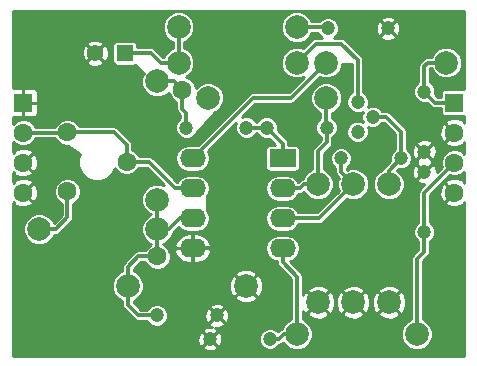
<source format=gbl>
G04 #@! TF.FileFunction,Copper,L2,Bot,Signal*
%FSLAX46Y46*%
G04 Gerber Fmt 4.6, Leading zero omitted, Abs format (unit mm)*
G04 Created by KiCad (PCBNEW (2016-08-20 BZR 7083)-product) date Sun Jan  1 23:07:31 2017*
%MOMM*%
%LPD*%
G01*
G04 APERTURE LIST*
%ADD10C,0.100000*%
%ADD11C,1.200000*%
%ADD12R,1.400000X1.400000*%
%ADD13C,1.400000*%
%ADD14R,2.200000X1.600000*%
%ADD15O,2.200000X1.600000*%
%ADD16C,2.000000*%
%ADD17C,1.600000*%
%ADD18R,1.600000X1.600000*%
%ADD19C,0.900000*%
%ADD20C,0.300000*%
%ADD21C,0.290000*%
G04 APERTURE END LIST*
D10*
D11*
X35200000Y22740000D03*
X35200000Y17660000D03*
X35200000Y10860000D03*
X35200000Y15940000D03*
X27060000Y28100000D03*
X32140000Y28100000D03*
X22140000Y1800000D03*
X17060000Y1800000D03*
D12*
X9850000Y26000000D03*
D13*
X7350000Y26000000D03*
D11*
X33240000Y17100000D03*
X28160000Y17100000D03*
X26940000Y19700000D03*
X21860000Y19700000D03*
X20140000Y19700000D03*
X15060000Y19700000D03*
X12560000Y3800000D03*
X17640000Y3800000D03*
D14*
X23210000Y17110000D03*
D15*
X23210000Y14570000D03*
X23210000Y12030000D03*
X23210000Y9490000D03*
X15590000Y9490000D03*
X15590000Y12030000D03*
X15590000Y14570000D03*
X15590000Y17110000D03*
D16*
X37080000Y25200000D03*
X26920000Y25200000D03*
X34580000Y2200000D03*
X24420000Y2200000D03*
X24400000Y28200000D03*
X14400000Y28200000D03*
X14400000Y25200000D03*
X24400000Y25200000D03*
X32200000Y4900000D03*
X32200000Y14900000D03*
X29200000Y4900000D03*
X29200000Y14900000D03*
X26200000Y4900000D03*
X26200000Y14900000D03*
X26900000Y22200000D03*
X16900000Y22200000D03*
X12600000Y23600000D03*
X12600000Y13600000D03*
X20100000Y6300000D03*
X10100000Y6300000D03*
X12600000Y11100000D03*
X2600000Y11100000D03*
D17*
X10000000Y16800000D03*
X5000000Y14300000D03*
X5000000Y19300000D03*
D11*
X30835000Y20600000D03*
X29565000Y21870000D03*
X29565000Y19330000D03*
D17*
X37750000Y14190000D03*
X37750000Y16730000D03*
D18*
X37750000Y21810000D03*
D17*
X37750000Y19270000D03*
X1250000Y14190000D03*
X1250000Y16730000D03*
D18*
X1250000Y21810000D03*
D17*
X1250000Y19270000D03*
X14700000Y22900000D03*
X12600000Y8800000D03*
D19*
X25000000Y21700000D03*
X25100000Y16800000D03*
X30800000Y17400000D03*
X12200000Y28700000D03*
X18900000Y22200000D03*
X22600000Y23600000D03*
X22200000Y28800000D03*
X16000000Y26700000D03*
X32600000Y23400000D03*
X37900000Y28200000D03*
X30700000Y13400000D03*
X36700000Y8300000D03*
X37300000Y1600000D03*
X19500000Y17800000D03*
X19500000Y11100000D03*
X10600000Y24300000D03*
X7100000Y20800000D03*
X13600000Y21300000D03*
X13300000Y17400000D03*
X12300000Y6600000D03*
X13800000Y1100000D03*
X10200000Y3100000D03*
X5600000Y3100000D03*
X1500000Y3600000D03*
X2000000Y8200000D03*
X10500000Y10600000D03*
X7100000Y14000000D03*
X10900000Y15000000D03*
X1400000Y27700000D03*
D20*
X25000000Y21700000D02*
X25000000Y16900000D01*
X25000000Y16900000D02*
X25100000Y16800000D01*
X20300000Y23600000D02*
X18900000Y22200000D01*
X22600000Y23600000D02*
X20300000Y23600000D01*
X18100000Y28800000D02*
X22200000Y28800000D01*
X16000000Y26700000D02*
X18100000Y28800000D01*
X32600000Y23400000D02*
X32600000Y24300000D01*
X36500000Y28200000D02*
X37900000Y28200000D01*
X32600000Y24300000D02*
X36500000Y28200000D01*
X37300000Y7700000D02*
X36700000Y8300000D01*
X37300000Y1600000D02*
X37300000Y7700000D01*
X15590000Y9490000D02*
X17890000Y9490000D01*
X17890000Y9490000D02*
X19500000Y11100000D01*
X9050000Y24300000D02*
X10600000Y24300000D01*
X7100000Y20800000D02*
X13100000Y20800000D01*
X13100000Y20800000D02*
X13600000Y21300000D01*
X7350000Y26000000D02*
X9050000Y24300000D01*
X12200000Y1100000D02*
X13800000Y1100000D01*
X10200000Y3100000D02*
X12200000Y1100000D01*
X2000000Y3100000D02*
X5600000Y3100000D01*
X1500000Y3600000D02*
X2000000Y3100000D01*
X8100000Y8200000D02*
X2000000Y8200000D01*
X10500000Y10600000D02*
X8100000Y8200000D01*
X8100000Y15000000D02*
X7100000Y14000000D01*
X10900000Y15000000D02*
X8100000Y15000000D01*
X5650000Y27700000D02*
X7350000Y26000000D01*
X1400000Y27700000D02*
X5650000Y27700000D01*
X10000000Y16800000D02*
X11900000Y16800000D01*
X14130000Y14570000D02*
X15590000Y14570000D01*
X11900000Y16800000D02*
X14130000Y14570000D01*
X5000000Y19300000D02*
X8900000Y19300000D01*
X10000000Y18200000D02*
X10000000Y16800000D01*
X8900000Y19300000D02*
X10000000Y18200000D01*
X1250000Y19270000D02*
X4970000Y19270000D01*
X37750000Y21810000D02*
X36130000Y21810000D01*
X36130000Y21810000D02*
X35200000Y22740000D01*
X35200000Y22740000D02*
X35200000Y24900000D01*
X35500000Y25200000D02*
X37080000Y25200000D01*
X35200000Y24900000D02*
X35500000Y25200000D01*
X37750000Y16730000D02*
X35200000Y14180000D01*
X35200000Y14180000D02*
X35200000Y10860000D01*
X34580000Y2200000D02*
X34580000Y8580000D01*
X35200000Y9200000D02*
X35200000Y10860000D01*
X34580000Y8580000D02*
X35200000Y9200000D01*
X23920000Y22200000D02*
X20680000Y22200000D01*
X26920000Y25200000D02*
X23920000Y22200000D01*
X20680000Y22200000D02*
X15590000Y17110000D01*
X24400000Y28200000D02*
X26960000Y28200000D01*
X24420000Y2200000D02*
X24420000Y7080000D01*
X23210000Y8290000D02*
X23210000Y9490000D01*
X24420000Y7080000D02*
X23210000Y8290000D01*
X22140000Y1800000D02*
X22900000Y1800000D01*
X23300000Y2200000D02*
X24420000Y2200000D01*
X22900000Y1800000D02*
X23300000Y2200000D01*
X14400000Y25200000D02*
X14400000Y28200000D01*
X9850000Y26000000D02*
X12100000Y26000000D01*
X12900000Y25200000D02*
X14400000Y25200000D01*
X12100000Y26000000D02*
X12900000Y25200000D01*
X33240000Y17100000D02*
X33240000Y19360000D01*
X32000000Y20600000D02*
X30835000Y20600000D01*
X33240000Y19360000D02*
X32000000Y20600000D01*
X32200000Y14900000D02*
X32200000Y16060000D01*
X32200000Y16060000D02*
X33240000Y17100000D01*
X29200000Y14900000D02*
X28160000Y15940000D01*
X28160000Y15940000D02*
X28160000Y17100000D01*
X23210000Y12030000D02*
X26330000Y12030000D01*
X26330000Y12030000D02*
X29200000Y14900000D01*
X26900000Y22200000D02*
X26900000Y19740000D01*
X26900000Y19740000D02*
X26940000Y19700000D01*
X26200000Y14900000D02*
X26200000Y17700000D01*
X26940000Y18440000D02*
X26940000Y19700000D01*
X26200000Y17700000D02*
X26940000Y18440000D01*
X23210000Y14570000D02*
X24670000Y14570000D01*
X25000000Y14900000D02*
X26200000Y14900000D01*
X24670000Y14570000D02*
X25000000Y14900000D01*
X21860000Y19700000D02*
X20140000Y19700000D01*
X23210000Y17110000D02*
X23210000Y18350000D01*
X23210000Y18350000D02*
X21860000Y19700000D01*
X12600000Y23600000D02*
X14000000Y23600000D01*
X14000000Y23600000D02*
X14700000Y22900000D01*
X15060000Y19700000D02*
X15060000Y20940000D01*
X14700000Y21300000D02*
X14700000Y22900000D01*
X15060000Y20940000D02*
X14700000Y21300000D01*
X10100000Y6300000D02*
X10100000Y4700000D01*
X11000000Y3800000D02*
X12560000Y3800000D01*
X10100000Y4700000D02*
X11000000Y3800000D01*
X15590000Y12030000D02*
X14530000Y12030000D01*
X14530000Y12030000D02*
X13600000Y11100000D01*
X13600000Y11100000D02*
X12600000Y11100000D01*
X12600000Y8800000D02*
X11000000Y8800000D01*
X10100000Y7900000D02*
X10100000Y6300000D01*
X11000000Y8800000D02*
X10100000Y7900000D01*
X12600000Y11100000D02*
X12600000Y8800000D01*
X12600000Y13600000D02*
X12600000Y11100000D01*
X24400000Y25200000D02*
X26000000Y26800000D01*
X29565000Y25435000D02*
X29565000Y21870000D01*
X28200000Y26800000D02*
X29565000Y25435000D01*
X26000000Y26800000D02*
X28200000Y26800000D01*
X2600000Y11100000D02*
X4000000Y11100000D01*
X5000000Y12100000D02*
X5000000Y14300000D01*
X4000000Y11100000D02*
X5000000Y12100000D01*
D21*
G36*
X38605000Y22950818D02*
X38550000Y22961758D01*
X36950000Y22961758D01*
X36815388Y22934982D01*
X36701270Y22858730D01*
X36625018Y22744612D01*
X36598242Y22610000D01*
X36598242Y22305000D01*
X36335036Y22305000D01*
X36128404Y22511632D01*
X36144836Y22551203D01*
X36145164Y22927148D01*
X36001599Y23274600D01*
X35735999Y23540665D01*
X35695000Y23557689D01*
X35695000Y24694964D01*
X35705036Y24705000D01*
X35829238Y24705000D01*
X35939100Y24439114D01*
X36317124Y24060429D01*
X36811289Y23855234D01*
X37346363Y23854767D01*
X37840886Y24059100D01*
X38219571Y24437124D01*
X38424766Y24931289D01*
X38425233Y25466363D01*
X38220900Y25960886D01*
X37842876Y26339571D01*
X37348711Y26544766D01*
X36813637Y26545233D01*
X36319114Y26340900D01*
X35940429Y25962876D01*
X35829197Y25695000D01*
X35500000Y25695000D01*
X35310572Y25657320D01*
X35149982Y25550018D01*
X34849982Y25250018D01*
X34742680Y25089428D01*
X34705000Y24900000D01*
X34705000Y23557961D01*
X34665400Y23541599D01*
X34399335Y23275999D01*
X34255164Y22928797D01*
X34254836Y22552852D01*
X34398401Y22205400D01*
X34664001Y21939335D01*
X35011203Y21795164D01*
X35387148Y21794836D01*
X35428176Y21811788D01*
X35779982Y21459982D01*
X35940572Y21352680D01*
X36130000Y21315000D01*
X36598242Y21315000D01*
X36598242Y21010000D01*
X36625018Y20875388D01*
X36701270Y20761270D01*
X36815388Y20685018D01*
X36950000Y20658242D01*
X38550000Y20658242D01*
X38605000Y20669182D01*
X38605000Y20132074D01*
X38565385Y20092459D01*
X38492079Y20299890D01*
X38041469Y20505475D01*
X37546487Y20522971D01*
X37082487Y20349714D01*
X37007921Y20299890D01*
X36934614Y20092457D01*
X37750000Y19277071D01*
X37764143Y19291213D01*
X37771214Y19284142D01*
X37757071Y19270000D01*
X37771214Y19255857D01*
X37764143Y19248786D01*
X37750000Y19262929D01*
X36934614Y18447543D01*
X37007921Y18240110D01*
X37458531Y18034525D01*
X37953513Y18017029D01*
X38417513Y18190286D01*
X38492079Y18240110D01*
X38565385Y18447541D01*
X38605000Y18407926D01*
X38605000Y17494196D01*
X38399437Y17700118D01*
X37978754Y17874801D01*
X37523245Y17875198D01*
X37102257Y17701250D01*
X36779882Y17379437D01*
X36605199Y16958754D01*
X36604802Y16503245D01*
X36668660Y16348696D01*
X36245111Y15925147D01*
X36251561Y16111613D01*
X36105842Y16500965D01*
X36064915Y16562217D01*
X35878264Y16611193D01*
X35207071Y15940000D01*
X35221214Y15925857D01*
X35214143Y15918786D01*
X35200000Y15932929D01*
X34528807Y15261736D01*
X34577783Y15075085D01*
X34956135Y14902811D01*
X35213860Y14893896D01*
X34849982Y14530018D01*
X34742680Y14369428D01*
X34705000Y14180000D01*
X34705000Y11677961D01*
X34665400Y11661599D01*
X34399335Y11395999D01*
X34255164Y11048797D01*
X34254836Y10672852D01*
X34398401Y10325400D01*
X34664001Y10059335D01*
X34705000Y10042311D01*
X34705000Y9405036D01*
X34229982Y8930018D01*
X34122680Y8769428D01*
X34085000Y8580000D01*
X34085000Y3450762D01*
X33819114Y3340900D01*
X33440429Y2962876D01*
X33235234Y2468711D01*
X33234767Y1933637D01*
X33439100Y1439114D01*
X33817124Y1060429D01*
X34311289Y855234D01*
X34846363Y854767D01*
X35340886Y1059100D01*
X35719571Y1437124D01*
X35924766Y1931289D01*
X35925233Y2466363D01*
X35720900Y2960886D01*
X35342876Y3339571D01*
X35075000Y3450803D01*
X35075000Y8374964D01*
X35550018Y8849982D01*
X35657320Y9010571D01*
X35695000Y9200000D01*
X35695000Y10042039D01*
X35734600Y10058401D01*
X36000665Y10324001D01*
X36144836Y10671203D01*
X36145164Y11047148D01*
X36001599Y11394600D01*
X35735999Y11660665D01*
X35695000Y11677689D01*
X35695000Y13974964D01*
X35706523Y13986487D01*
X36497029Y13986487D01*
X36670286Y13522487D01*
X36720110Y13447921D01*
X36927543Y13374614D01*
X37742929Y14190000D01*
X36927543Y15005386D01*
X36720110Y14932079D01*
X36514525Y14481469D01*
X36497029Y13986487D01*
X35706523Y13986487D01*
X37368614Y15648578D01*
X37521246Y15585199D01*
X37976755Y15584802D01*
X38397743Y15758750D01*
X38605000Y15965646D01*
X38605000Y15052074D01*
X38565385Y15012459D01*
X38492079Y15219890D01*
X38041469Y15425475D01*
X37546487Y15442971D01*
X37082487Y15269714D01*
X37007921Y15219890D01*
X36934614Y15012457D01*
X37750000Y14197071D01*
X37764143Y14211213D01*
X37771214Y14204142D01*
X37757071Y14190000D01*
X37771214Y14175857D01*
X37764143Y14168786D01*
X37750000Y14182929D01*
X36934614Y13367543D01*
X37007921Y13160110D01*
X37458531Y12954525D01*
X37953513Y12937029D01*
X38417513Y13110286D01*
X38492079Y13160110D01*
X38565385Y13367541D01*
X38605000Y13327926D01*
X38605000Y395000D01*
X395000Y395000D01*
X395000Y1121736D01*
X16388807Y1121736D01*
X16437783Y935085D01*
X16816135Y762811D01*
X17231613Y748439D01*
X17620965Y894158D01*
X17682217Y935085D01*
X17731193Y1121736D01*
X17060000Y1792929D01*
X16388807Y1121736D01*
X395000Y1121736D01*
X395000Y1628387D01*
X16008439Y1628387D01*
X16154158Y1239035D01*
X16195085Y1177783D01*
X16381736Y1128807D01*
X17052929Y1800000D01*
X17067071Y1800000D01*
X17738264Y1128807D01*
X17924915Y1177783D01*
X18097189Y1556135D01*
X18099150Y1612852D01*
X21194836Y1612852D01*
X21338401Y1265400D01*
X21604001Y999335D01*
X21951203Y855164D01*
X22327148Y854836D01*
X22674600Y998401D01*
X22940665Y1264001D01*
X22962883Y1317508D01*
X23089428Y1342680D01*
X23250018Y1449982D01*
X23267419Y1467383D01*
X23279100Y1439114D01*
X23657124Y1060429D01*
X24151289Y855234D01*
X24686363Y854767D01*
X25180886Y1059100D01*
X25559571Y1437124D01*
X25764766Y1931289D01*
X25765233Y2466363D01*
X25560900Y2960886D01*
X25182876Y3339571D01*
X24915000Y3450803D01*
X24915000Y3933350D01*
X25240421Y3933350D01*
X25338060Y3705136D01*
X25860926Y3466240D01*
X26435413Y3445620D01*
X26974061Y3646416D01*
X27061940Y3705136D01*
X27159579Y3933350D01*
X28240421Y3933350D01*
X28338060Y3705136D01*
X28860926Y3466240D01*
X29435413Y3445620D01*
X29974061Y3646416D01*
X30061940Y3705136D01*
X30159579Y3933350D01*
X31240421Y3933350D01*
X31338060Y3705136D01*
X31860926Y3466240D01*
X32435413Y3445620D01*
X32974061Y3646416D01*
X33061940Y3705136D01*
X33159579Y3933350D01*
X32200000Y4892929D01*
X31240421Y3933350D01*
X30159579Y3933350D01*
X29200000Y4892929D01*
X28240421Y3933350D01*
X27159579Y3933350D01*
X26200000Y4892929D01*
X25240421Y3933350D01*
X24915000Y3933350D01*
X24915000Y4210214D01*
X24946416Y4125939D01*
X25005136Y4038060D01*
X25233350Y3940421D01*
X26192929Y4900000D01*
X26207071Y4900000D01*
X27166650Y3940421D01*
X27394864Y4038060D01*
X27633760Y4560926D01*
X27637480Y4664587D01*
X27745620Y4664587D01*
X27946416Y4125939D01*
X28005136Y4038060D01*
X28233350Y3940421D01*
X29192929Y4900000D01*
X29207071Y4900000D01*
X30166650Y3940421D01*
X30394864Y4038060D01*
X30633760Y4560926D01*
X30637480Y4664587D01*
X30745620Y4664587D01*
X30946416Y4125939D01*
X31005136Y4038060D01*
X31233350Y3940421D01*
X32192929Y4900000D01*
X32207071Y4900000D01*
X33166650Y3940421D01*
X33394864Y4038060D01*
X33633760Y4560926D01*
X33654380Y5135413D01*
X33453584Y5674061D01*
X33394864Y5761940D01*
X33166650Y5859579D01*
X32207071Y4900000D01*
X32192929Y4900000D01*
X31233350Y5859579D01*
X31005136Y5761940D01*
X30766240Y5239074D01*
X30745620Y4664587D01*
X30637480Y4664587D01*
X30654380Y5135413D01*
X30453584Y5674061D01*
X30394864Y5761940D01*
X30166650Y5859579D01*
X29207071Y4900000D01*
X29192929Y4900000D01*
X28233350Y5859579D01*
X28005136Y5761940D01*
X27766240Y5239074D01*
X27745620Y4664587D01*
X27637480Y4664587D01*
X27654380Y5135413D01*
X27453584Y5674061D01*
X27394864Y5761940D01*
X27166650Y5859579D01*
X26207071Y4900000D01*
X26192929Y4900000D01*
X25233350Y5859579D01*
X25005136Y5761940D01*
X24915000Y5564661D01*
X24915000Y5866650D01*
X25240421Y5866650D01*
X26200000Y4907071D01*
X27159579Y5866650D01*
X28240421Y5866650D01*
X29200000Y4907071D01*
X30159579Y5866650D01*
X31240421Y5866650D01*
X32200000Y4907071D01*
X33159579Y5866650D01*
X33061940Y6094864D01*
X32539074Y6333760D01*
X31964587Y6354380D01*
X31425939Y6153584D01*
X31338060Y6094864D01*
X31240421Y5866650D01*
X30159579Y5866650D01*
X30061940Y6094864D01*
X29539074Y6333760D01*
X28964587Y6354380D01*
X28425939Y6153584D01*
X28338060Y6094864D01*
X28240421Y5866650D01*
X27159579Y5866650D01*
X27061940Y6094864D01*
X26539074Y6333760D01*
X25964587Y6354380D01*
X25425939Y6153584D01*
X25338060Y6094864D01*
X25240421Y5866650D01*
X24915000Y5866650D01*
X24915000Y7080000D01*
X24877320Y7269428D01*
X24877320Y7269429D01*
X24770018Y7430018D01*
X23802488Y8397548D01*
X23976482Y8432158D01*
X24347946Y8680363D01*
X24596151Y9051827D01*
X24683309Y9490000D01*
X24596151Y9928173D01*
X24347946Y10299637D01*
X23976482Y10547842D01*
X23538309Y10635000D01*
X22881691Y10635000D01*
X22443518Y10547842D01*
X22072054Y10299637D01*
X21823849Y9928173D01*
X21736691Y9490000D01*
X21823849Y9051827D01*
X22072054Y8680363D01*
X22443518Y8432158D01*
X22715000Y8378157D01*
X22715000Y8290000D01*
X22752680Y8100572D01*
X22859982Y7939982D01*
X23925000Y6874964D01*
X23925000Y3450762D01*
X23659114Y3340900D01*
X23280429Y2962876D01*
X23157421Y2666639D01*
X23110571Y2657320D01*
X22949982Y2550018D01*
X22838172Y2438208D01*
X22675999Y2600665D01*
X22328797Y2744836D01*
X21952852Y2745164D01*
X21605400Y2601599D01*
X21339335Y2335999D01*
X21195164Y1988797D01*
X21194836Y1612852D01*
X18099150Y1612852D01*
X18111561Y1971613D01*
X17965842Y2360965D01*
X17924915Y2422217D01*
X17738264Y2471193D01*
X17067071Y1800000D01*
X17052929Y1800000D01*
X16381736Y2471193D01*
X16195085Y2422217D01*
X16022811Y2043865D01*
X16008439Y1628387D01*
X395000Y1628387D01*
X395000Y2478264D01*
X16388807Y2478264D01*
X17060000Y1807071D01*
X17731193Y2478264D01*
X17682217Y2664915D01*
X17473060Y2760150D01*
X17811613Y2748439D01*
X18200965Y2894158D01*
X18262217Y2935085D01*
X18311193Y3121736D01*
X17640000Y3792929D01*
X16968807Y3121736D01*
X17017783Y2935085D01*
X17226940Y2839850D01*
X16888387Y2851561D01*
X16499035Y2705842D01*
X16437783Y2664915D01*
X16388807Y2478264D01*
X395000Y2478264D01*
X395000Y10833637D01*
X1254767Y10833637D01*
X1459100Y10339114D01*
X1837124Y9960429D01*
X2331289Y9755234D01*
X2866363Y9754767D01*
X3360886Y9959100D01*
X3739571Y10337124D01*
X3850803Y10605000D01*
X4000000Y10605000D01*
X4189428Y10642680D01*
X4350018Y10749982D01*
X5350018Y11749982D01*
X5457320Y11910572D01*
X5495001Y12100000D01*
X5495000Y12100005D01*
X5495000Y13265638D01*
X5647743Y13328750D01*
X5970118Y13650563D01*
X6144801Y14071246D01*
X6145198Y14526755D01*
X5971250Y14947743D01*
X5649437Y15270118D01*
X5228754Y15444801D01*
X4773245Y15445198D01*
X4352257Y15271250D01*
X4029882Y14949437D01*
X3855199Y14528754D01*
X3854802Y14073245D01*
X4028750Y13652257D01*
X4350563Y13329882D01*
X4505000Y13265754D01*
X4505000Y12305036D01*
X3834448Y11634484D01*
X3740900Y11860886D01*
X3362876Y12239571D01*
X2868711Y12444766D01*
X2333637Y12445233D01*
X1839114Y12240900D01*
X1460429Y11862876D01*
X1255234Y11368711D01*
X1254767Y10833637D01*
X395000Y10833637D01*
X395000Y13327926D01*
X434615Y13367541D01*
X507921Y13160110D01*
X958531Y12954525D01*
X1453513Y12937029D01*
X1917513Y13110286D01*
X1992079Y13160110D01*
X2065386Y13367543D01*
X1250000Y14182929D01*
X1235858Y14168786D01*
X1228787Y14175857D01*
X1242929Y14190000D01*
X1257071Y14190000D01*
X2072457Y13374614D01*
X2279890Y13447921D01*
X2485475Y13898531D01*
X2502971Y14393513D01*
X2329714Y14857513D01*
X2279890Y14932079D01*
X2072457Y15005386D01*
X1257071Y14190000D01*
X1242929Y14190000D01*
X1228787Y14204142D01*
X1235858Y14211213D01*
X1250000Y14197071D01*
X2065386Y15012457D01*
X1992079Y15219890D01*
X1541469Y15425475D01*
X1046487Y15442971D01*
X582487Y15269714D01*
X507921Y15219890D01*
X434615Y15012459D01*
X395000Y15052074D01*
X395000Y15867926D01*
X434615Y15907541D01*
X507921Y15700110D01*
X958531Y15494525D01*
X1453513Y15477029D01*
X1917513Y15650286D01*
X1992079Y15700110D01*
X2065386Y15907543D01*
X1250000Y16722929D01*
X1235858Y16708786D01*
X1228787Y16715857D01*
X1242929Y16730000D01*
X1257071Y16730000D01*
X2072457Y15914614D01*
X2279890Y15987921D01*
X2485475Y16438531D01*
X2502971Y16933513D01*
X2329714Y17397513D01*
X2279890Y17472079D01*
X2072457Y17545386D01*
X1257071Y16730000D01*
X1242929Y16730000D01*
X1228787Y16744142D01*
X1235858Y16751213D01*
X1250000Y16737071D01*
X2065386Y17552457D01*
X1992079Y17759890D01*
X1541469Y17965475D01*
X1046487Y17982971D01*
X582487Y17809714D01*
X507921Y17759890D01*
X434615Y17552459D01*
X395000Y17592074D01*
X395000Y18505804D01*
X600563Y18299882D01*
X1021246Y18125199D01*
X1476755Y18124802D01*
X1897743Y18298750D01*
X2220118Y18620563D01*
X2284246Y18775000D01*
X3978034Y18775000D01*
X4028750Y18652257D01*
X4350563Y18329882D01*
X4771246Y18155199D01*
X5080775Y18154929D01*
X6031804Y17423368D01*
X5905277Y17118657D01*
X5904724Y16484127D01*
X6147036Y15897685D01*
X6595325Y15448613D01*
X7181343Y15205277D01*
X7815873Y15204724D01*
X8402315Y15447036D01*
X8851387Y15895325D01*
X8993500Y16237570D01*
X9028750Y16152257D01*
X9350563Y15829882D01*
X9771246Y15655199D01*
X10226755Y15654802D01*
X10647743Y15828750D01*
X10970118Y16150563D01*
X11034246Y16305000D01*
X11694964Y16305000D01*
X13187621Y14812343D01*
X12868711Y14944766D01*
X12333637Y14945233D01*
X11839114Y14740900D01*
X11460429Y14362876D01*
X11255234Y13868711D01*
X11254767Y13333637D01*
X11459100Y12839114D01*
X11837124Y12460429D01*
X12103111Y12349982D01*
X11839114Y12240900D01*
X11460429Y11862876D01*
X11255234Y11368711D01*
X11254767Y10833637D01*
X11459100Y10339114D01*
X11837124Y9960429D01*
X12105000Y9849197D01*
X12105000Y9834362D01*
X11952257Y9771250D01*
X11629882Y9449437D01*
X11565754Y9295000D01*
X11000000Y9295000D01*
X10810572Y9257320D01*
X10649982Y9150018D01*
X9749982Y8250018D01*
X9642680Y8089428D01*
X9605000Y7900000D01*
X9605000Y7550762D01*
X9339114Y7440900D01*
X8960429Y7062876D01*
X8755234Y6568711D01*
X8754767Y6033637D01*
X8959100Y5539114D01*
X9337124Y5160429D01*
X9605000Y5049197D01*
X9605000Y4700000D01*
X9642680Y4510572D01*
X9749982Y4349982D01*
X10649982Y3449982D01*
X10810572Y3342680D01*
X11000000Y3305000D01*
X11742039Y3305000D01*
X11758401Y3265400D01*
X12024001Y2999335D01*
X12371203Y2855164D01*
X12747148Y2854836D01*
X13094600Y2998401D01*
X13360665Y3264001D01*
X13504836Y3611203D01*
X13504850Y3628387D01*
X16588439Y3628387D01*
X16734158Y3239035D01*
X16775085Y3177783D01*
X16961736Y3128807D01*
X17632929Y3800000D01*
X17647071Y3800000D01*
X18318264Y3128807D01*
X18504915Y3177783D01*
X18677189Y3556135D01*
X18691561Y3971613D01*
X18545842Y4360965D01*
X18504915Y4422217D01*
X18318264Y4471193D01*
X17647071Y3800000D01*
X17632929Y3800000D01*
X16961736Y4471193D01*
X16775085Y4422217D01*
X16602811Y4043865D01*
X16588439Y3628387D01*
X13504850Y3628387D01*
X13505164Y3987148D01*
X13361599Y4334600D01*
X13218187Y4478264D01*
X16968807Y4478264D01*
X17640000Y3807071D01*
X18311193Y4478264D01*
X18262217Y4664915D01*
X17883865Y4837189D01*
X17468387Y4851561D01*
X17079035Y4705842D01*
X17017783Y4664915D01*
X16968807Y4478264D01*
X13218187Y4478264D01*
X13095999Y4600665D01*
X12748797Y4744836D01*
X12372852Y4745164D01*
X12025400Y4601599D01*
X11759335Y4335999D01*
X11742311Y4295000D01*
X11205036Y4295000D01*
X10595000Y4905036D01*
X10595000Y5049238D01*
X10860886Y5159100D01*
X11035440Y5333350D01*
X19140421Y5333350D01*
X19238060Y5105136D01*
X19760926Y4866240D01*
X20335413Y4845620D01*
X20874061Y5046416D01*
X20961940Y5105136D01*
X21059579Y5333350D01*
X20100000Y6292929D01*
X19140421Y5333350D01*
X11035440Y5333350D01*
X11239571Y5537124D01*
X11444766Y6031289D01*
X11444795Y6064587D01*
X18645620Y6064587D01*
X18846416Y5525939D01*
X18905136Y5438060D01*
X19133350Y5340421D01*
X20092929Y6300000D01*
X20107071Y6300000D01*
X21066650Y5340421D01*
X21294864Y5438060D01*
X21533760Y5960926D01*
X21554380Y6535413D01*
X21353584Y7074061D01*
X21294864Y7161940D01*
X21066650Y7259579D01*
X20107071Y6300000D01*
X20092929Y6300000D01*
X19133350Y7259579D01*
X18905136Y7161940D01*
X18666240Y6639074D01*
X18645620Y6064587D01*
X11444795Y6064587D01*
X11445233Y6566363D01*
X11240900Y7060886D01*
X11035496Y7266650D01*
X19140421Y7266650D01*
X20100000Y6307071D01*
X21059579Y7266650D01*
X20961940Y7494864D01*
X20439074Y7733760D01*
X19864587Y7754380D01*
X19325939Y7553584D01*
X19238060Y7494864D01*
X19140421Y7266650D01*
X11035496Y7266650D01*
X10862876Y7439571D01*
X10595000Y7550803D01*
X10595000Y7694964D01*
X11205036Y8305000D01*
X11565638Y8305000D01*
X11628750Y8152257D01*
X11950563Y7829882D01*
X12371246Y7655199D01*
X12826755Y7654802D01*
X13247743Y7828750D01*
X13570118Y8150563D01*
X13744801Y8571246D01*
X13745198Y9026755D01*
X13636304Y9290302D01*
X14061120Y9290302D01*
X14137857Y9018178D01*
X14406117Y8613187D01*
X14808940Y8341683D01*
X15285000Y8245000D01*
X15585000Y8245000D01*
X15585000Y9485000D01*
X15595000Y9485000D01*
X15595000Y8245000D01*
X15895000Y8245000D01*
X16371060Y8341683D01*
X16773883Y8613187D01*
X17042143Y9018178D01*
X17118880Y9290302D01*
X17023739Y9485000D01*
X15595000Y9485000D01*
X15585000Y9485000D01*
X14156261Y9485000D01*
X14061120Y9290302D01*
X13636304Y9290302D01*
X13571250Y9447743D01*
X13329717Y9689698D01*
X14061120Y9689698D01*
X14156261Y9495000D01*
X15585000Y9495000D01*
X15585000Y10735000D01*
X15595000Y10735000D01*
X15595000Y9495000D01*
X17023739Y9495000D01*
X17118880Y9689698D01*
X17042143Y9961822D01*
X16773883Y10366813D01*
X16371060Y10638317D01*
X15895000Y10735000D01*
X15595000Y10735000D01*
X15585000Y10735000D01*
X15285000Y10735000D01*
X14808940Y10638317D01*
X14406117Y10366813D01*
X14137857Y9961822D01*
X14061120Y9689698D01*
X13329717Y9689698D01*
X13249437Y9770118D01*
X13095000Y9834246D01*
X13095000Y9849238D01*
X13360886Y9959100D01*
X13739571Y10337124D01*
X13896024Y10713904D01*
X13950018Y10749982D01*
X14439375Y11239339D01*
X14452054Y11220363D01*
X14823518Y10972158D01*
X15261691Y10885000D01*
X15918309Y10885000D01*
X16356482Y10972158D01*
X16727946Y11220363D01*
X16976151Y11591827D01*
X17063309Y12030000D01*
X21736691Y12030000D01*
X21823849Y11591827D01*
X22072054Y11220363D01*
X22443518Y10972158D01*
X22881691Y10885000D01*
X23538309Y10885000D01*
X23976482Y10972158D01*
X24347946Y11220363D01*
X24558180Y11535000D01*
X26330000Y11535000D01*
X26519428Y11572680D01*
X26680018Y11679982D01*
X28665595Y13665559D01*
X28931289Y13555234D01*
X29466363Y13554767D01*
X29960886Y13759100D01*
X30339571Y14137124D01*
X30544766Y14631289D01*
X30545233Y15166363D01*
X30340900Y15660886D01*
X29962876Y16039571D01*
X29468711Y16244766D01*
X28933637Y16245233D01*
X28665567Y16134469D01*
X28655000Y16145036D01*
X28655000Y16282039D01*
X28694600Y16298401D01*
X28960665Y16564001D01*
X29104836Y16911203D01*
X29105164Y17287148D01*
X28961599Y17634600D01*
X28695999Y17900665D01*
X28348797Y18044836D01*
X27972852Y18045164D01*
X27625400Y17901599D01*
X27359335Y17635999D01*
X27215164Y17288797D01*
X27214836Y16912852D01*
X27358401Y16565400D01*
X27624001Y16299335D01*
X27665000Y16282311D01*
X27665000Y15940000D01*
X27702680Y15750572D01*
X27809982Y15589982D01*
X27965559Y15434405D01*
X27855234Y15168711D01*
X27854767Y14633637D01*
X27965531Y14365567D01*
X26124964Y12525000D01*
X24558180Y12525000D01*
X24347946Y12839637D01*
X23976482Y13087842D01*
X23538309Y13175000D01*
X22881691Y13175000D01*
X22443518Y13087842D01*
X22072054Y12839637D01*
X21823849Y12468173D01*
X21736691Y12030000D01*
X17063309Y12030000D01*
X16976151Y12468173D01*
X16845000Y12664454D01*
X16845000Y13935546D01*
X16976151Y14131827D01*
X17063309Y14570000D01*
X21736691Y14570000D01*
X21823849Y14131827D01*
X22072054Y13760363D01*
X22443518Y13512158D01*
X22881691Y13425000D01*
X23538309Y13425000D01*
X23976482Y13512158D01*
X24347946Y13760363D01*
X24558180Y14075000D01*
X24670000Y14075000D01*
X24859428Y14112680D01*
X25020018Y14219982D01*
X25024029Y14223993D01*
X25059100Y14139114D01*
X25437124Y13760429D01*
X25931289Y13555234D01*
X26466363Y13554767D01*
X26960886Y13759100D01*
X27339571Y14137124D01*
X27544766Y14631289D01*
X27545233Y15166363D01*
X27340900Y15660886D01*
X26962876Y16039571D01*
X26695000Y16150803D01*
X26695000Y17494964D01*
X27290018Y18089982D01*
X27397320Y18250572D01*
X27435000Y18440000D01*
X27435000Y18882039D01*
X27474600Y18898401D01*
X27740665Y19164001D01*
X27884836Y19511203D01*
X27885164Y19887148D01*
X27741599Y20234600D01*
X27475999Y20500665D01*
X27395000Y20534299D01*
X27395000Y20949238D01*
X27660886Y21059100D01*
X28039571Y21437124D01*
X28244766Y21931289D01*
X28245233Y22466363D01*
X28040900Y22960886D01*
X27662876Y23339571D01*
X27168711Y23544766D01*
X26633637Y23545233D01*
X26139114Y23340900D01*
X25760429Y22962876D01*
X25555234Y22468711D01*
X25554767Y21933637D01*
X25759100Y21439114D01*
X26137124Y21060429D01*
X26405000Y20949197D01*
X26405000Y20501200D01*
X26139335Y20235999D01*
X25995164Y19888797D01*
X25994836Y19512852D01*
X26138401Y19165400D01*
X26404001Y18899335D01*
X26445000Y18882311D01*
X26445000Y18645036D01*
X25849982Y18050018D01*
X25742680Y17889428D01*
X25705000Y17700000D01*
X25705000Y16150762D01*
X25439114Y16040900D01*
X25060429Y15662876D01*
X24944623Y15383985D01*
X24810571Y15357320D01*
X24649982Y15250018D01*
X24520843Y15120879D01*
X24347946Y15379637D01*
X23976482Y15627842D01*
X23538309Y15715000D01*
X22881691Y15715000D01*
X22443518Y15627842D01*
X22072054Y15379637D01*
X21823849Y15008173D01*
X21736691Y14570000D01*
X17063309Y14570000D01*
X16976151Y15008173D01*
X16727946Y15379637D01*
X16356482Y15627842D01*
X15918309Y15715000D01*
X15261691Y15715000D01*
X14823518Y15627842D01*
X14452054Y15379637D01*
X14279157Y15120879D01*
X12290036Y17110000D01*
X14116691Y17110000D01*
X14203849Y16671827D01*
X14452054Y16300363D01*
X14823518Y16052158D01*
X15261691Y15965000D01*
X15918309Y15965000D01*
X16356482Y16052158D01*
X16727946Y16300363D01*
X16976151Y16671827D01*
X17063309Y17110000D01*
X16976151Y17548173D01*
X16876839Y17696803D01*
X19284871Y20104835D01*
X19195164Y19888797D01*
X19194836Y19512852D01*
X19338401Y19165400D01*
X19604001Y18899335D01*
X19951203Y18755164D01*
X20327148Y18754836D01*
X20674600Y18898401D01*
X20940665Y19164001D01*
X20957689Y19205000D01*
X21042039Y19205000D01*
X21058401Y19165400D01*
X21324001Y18899335D01*
X21671203Y18755164D01*
X22047148Y18754836D01*
X22088176Y18771788D01*
X22598206Y18261758D01*
X22110000Y18261758D01*
X21975388Y18234982D01*
X21861270Y18158730D01*
X21785018Y18044612D01*
X21758242Y17910000D01*
X21758242Y16310000D01*
X21785018Y16175388D01*
X21861270Y16061270D01*
X21975388Y15985018D01*
X22110000Y15958242D01*
X24310000Y15958242D01*
X24444612Y15985018D01*
X24558730Y16061270D01*
X24634982Y16175388D01*
X24661758Y16310000D01*
X24661758Y17910000D01*
X24634982Y18044612D01*
X24558730Y18158730D01*
X24444612Y18234982D01*
X24310000Y18261758D01*
X23705000Y18261758D01*
X23705000Y18350000D01*
X23667320Y18539428D01*
X23560018Y18700018D01*
X22788404Y19471632D01*
X22804836Y19511203D01*
X22805164Y19887148D01*
X22661599Y20234600D01*
X22395999Y20500665D01*
X22048797Y20644836D01*
X21672852Y20645164D01*
X21325400Y20501599D01*
X21059335Y20235999D01*
X21042311Y20195000D01*
X20957961Y20195000D01*
X20941599Y20234600D01*
X20675999Y20500665D01*
X20328797Y20644836D01*
X19952852Y20645164D01*
X19735315Y20555279D01*
X20885036Y21705000D01*
X23920000Y21705000D01*
X24109428Y21742680D01*
X24270018Y21849982D01*
X26385595Y23965559D01*
X26651289Y23855234D01*
X27186363Y23854767D01*
X27680886Y24059100D01*
X28059571Y24437124D01*
X28264766Y24931289D01*
X28264874Y25055000D01*
X29070000Y25055000D01*
X29070000Y22687961D01*
X29030400Y22671599D01*
X28764335Y22405999D01*
X28620164Y22058797D01*
X28619836Y21682852D01*
X28763401Y21335400D01*
X29029001Y21069335D01*
X29376203Y20925164D01*
X29752148Y20924836D01*
X29986936Y21021849D01*
X29890164Y20788797D01*
X29889836Y20412852D01*
X29986849Y20178064D01*
X29753797Y20274836D01*
X29377852Y20275164D01*
X29030400Y20131599D01*
X28764335Y19865999D01*
X28620164Y19518797D01*
X28619836Y19142852D01*
X28763401Y18795400D01*
X29029001Y18529335D01*
X29376203Y18385164D01*
X29752148Y18384836D01*
X30099600Y18528401D01*
X30365665Y18794001D01*
X30509836Y19141203D01*
X30510164Y19517148D01*
X30413151Y19751936D01*
X30646203Y19655164D01*
X31022148Y19654836D01*
X31369600Y19798401D01*
X31635665Y20064001D01*
X31652689Y20105000D01*
X31794964Y20105000D01*
X32745000Y19154964D01*
X32745000Y17917961D01*
X32705400Y17901599D01*
X32439335Y17635999D01*
X32295164Y17288797D01*
X32294836Y16912852D01*
X32311788Y16871824D01*
X31849982Y16410018D01*
X31742680Y16249428D01*
X31724671Y16158890D01*
X31439114Y16040900D01*
X31060429Y15662876D01*
X30855234Y15168711D01*
X30854767Y14633637D01*
X31059100Y14139114D01*
X31437124Y13760429D01*
X31931289Y13555234D01*
X32466363Y13554767D01*
X32960886Y13759100D01*
X33339571Y14137124D01*
X33544766Y14631289D01*
X33545233Y15166363D01*
X33340900Y15660886D01*
X33233587Y15768387D01*
X34148439Y15768387D01*
X34294158Y15379035D01*
X34335085Y15317783D01*
X34521736Y15268807D01*
X35192929Y15940000D01*
X34521736Y16611193D01*
X34335085Y16562217D01*
X34162811Y16183865D01*
X34148439Y15768387D01*
X33233587Y15768387D01*
X32962876Y16039571D01*
X32904038Y16064002D01*
X33011632Y16171596D01*
X33051203Y16155164D01*
X33427148Y16154836D01*
X33774600Y16298401D01*
X34040665Y16564001D01*
X34184836Y16911203D01*
X34184897Y16981736D01*
X34528807Y16981736D01*
X34576493Y16800000D01*
X34528807Y16618264D01*
X35200000Y15947071D01*
X35871193Y16618264D01*
X35823507Y16800000D01*
X35871193Y16981736D01*
X35200000Y17652929D01*
X34528807Y16981736D01*
X34184897Y16981736D01*
X34185164Y17287148D01*
X34102014Y17488387D01*
X34148439Y17488387D01*
X34294158Y17099035D01*
X34335085Y17037783D01*
X34521736Y16988807D01*
X35192929Y17660000D01*
X35207071Y17660000D01*
X35878264Y16988807D01*
X36064915Y17037783D01*
X36237189Y17416135D01*
X36251561Y17831613D01*
X36105842Y18220965D01*
X36064915Y18282217D01*
X35878264Y18331193D01*
X35207071Y17660000D01*
X35192929Y17660000D01*
X34521736Y18331193D01*
X34335085Y18282217D01*
X34162811Y17903865D01*
X34148439Y17488387D01*
X34102014Y17488387D01*
X34041599Y17634600D01*
X33775999Y17900665D01*
X33735000Y17917689D01*
X33735000Y18338264D01*
X34528807Y18338264D01*
X35200000Y17667071D01*
X35871193Y18338264D01*
X35822217Y18524915D01*
X35443865Y18697189D01*
X35028387Y18711561D01*
X34639035Y18565842D01*
X34577783Y18524915D01*
X34528807Y18338264D01*
X33735000Y18338264D01*
X33735000Y19066487D01*
X36497029Y19066487D01*
X36670286Y18602487D01*
X36720110Y18527921D01*
X36927543Y18454614D01*
X37742929Y19270000D01*
X36927543Y20085386D01*
X36720110Y20012079D01*
X36514525Y19561469D01*
X36497029Y19066487D01*
X33735000Y19066487D01*
X33735000Y19360000D01*
X33697320Y19549428D01*
X33590018Y19710018D01*
X32350018Y20950018D01*
X32189428Y21057320D01*
X32000000Y21095000D01*
X31652961Y21095000D01*
X31636599Y21134600D01*
X31370999Y21400665D01*
X31023797Y21544836D01*
X30647852Y21545164D01*
X30413064Y21448151D01*
X30509836Y21681203D01*
X30510164Y22057148D01*
X30366599Y22404600D01*
X30100999Y22670665D01*
X30060000Y22687689D01*
X30060000Y25434995D01*
X30060001Y25435000D01*
X30022320Y25624428D01*
X29915018Y25785018D01*
X28550018Y27150018D01*
X28389428Y27257320D01*
X28200000Y27295000D01*
X27586369Y27295000D01*
X27594600Y27298401D01*
X27718150Y27421736D01*
X31468807Y27421736D01*
X31517783Y27235085D01*
X31896135Y27062811D01*
X32311613Y27048439D01*
X32700965Y27194158D01*
X32762217Y27235085D01*
X32811193Y27421736D01*
X32140000Y28092929D01*
X31468807Y27421736D01*
X27718150Y27421736D01*
X27860665Y27564001D01*
X28004836Y27911203D01*
X28004850Y27928387D01*
X31088439Y27928387D01*
X31234158Y27539035D01*
X31275085Y27477783D01*
X31461736Y27428807D01*
X32132929Y28100000D01*
X32147071Y28100000D01*
X32818264Y27428807D01*
X33004915Y27477783D01*
X33177189Y27856135D01*
X33191561Y28271613D01*
X33045842Y28660965D01*
X33004915Y28722217D01*
X32818264Y28771193D01*
X32147071Y28100000D01*
X32132929Y28100000D01*
X31461736Y28771193D01*
X31275085Y28722217D01*
X31102811Y28343865D01*
X31088439Y27928387D01*
X28004850Y27928387D01*
X28005164Y28287148D01*
X27861599Y28634600D01*
X27718187Y28778264D01*
X31468807Y28778264D01*
X32140000Y28107071D01*
X32811193Y28778264D01*
X32762217Y28964915D01*
X32383865Y29137189D01*
X31968387Y29151561D01*
X31579035Y29005842D01*
X31517783Y28964915D01*
X31468807Y28778264D01*
X27718187Y28778264D01*
X27595999Y28900665D01*
X27248797Y29044836D01*
X26872852Y29045164D01*
X26525400Y28901599D01*
X26318439Y28695000D01*
X25650762Y28695000D01*
X25540900Y28960886D01*
X25162876Y29339571D01*
X24668711Y29544766D01*
X24133637Y29545233D01*
X23639114Y29340900D01*
X23260429Y28962876D01*
X23055234Y28468711D01*
X23054767Y27933637D01*
X23259100Y27439114D01*
X23637124Y27060429D01*
X24131289Y26855234D01*
X24666363Y26854767D01*
X25160886Y27059100D01*
X25539571Y27437124D01*
X25650803Y27705000D01*
X26200719Y27705000D01*
X26258401Y27565400D01*
X26524001Y27299335D01*
X26534441Y27295000D01*
X26000000Y27295000D01*
X25810572Y27257320D01*
X25649982Y27150018D01*
X24934405Y26434441D01*
X24668711Y26544766D01*
X24133637Y26545233D01*
X23639114Y26340900D01*
X23260429Y25962876D01*
X23055234Y25468711D01*
X23054767Y24933637D01*
X23259100Y24439114D01*
X23637124Y24060429D01*
X24131289Y23855234D01*
X24666363Y23854767D01*
X25021450Y24001486D01*
X23714964Y22695000D01*
X20680000Y22695000D01*
X20490572Y22657320D01*
X20329982Y22550018D01*
X16015610Y18235646D01*
X15918309Y18255000D01*
X15261691Y18255000D01*
X14823518Y18167842D01*
X14452054Y17919637D01*
X14203849Y17548173D01*
X14116691Y17110000D01*
X12290036Y17110000D01*
X12250018Y17150018D01*
X12089428Y17257320D01*
X11900000Y17295000D01*
X11034362Y17295000D01*
X10971250Y17447743D01*
X10649437Y17770118D01*
X10495000Y17834246D01*
X10495000Y18200000D01*
X10457320Y18389428D01*
X10350018Y18550018D01*
X9250018Y19650018D01*
X9089428Y19757320D01*
X8900000Y19795000D01*
X6034362Y19795000D01*
X5971250Y19947743D01*
X5649437Y20270118D01*
X5228754Y20444801D01*
X4773245Y20445198D01*
X4352257Y20271250D01*
X4029882Y19949437D01*
X3953297Y19765000D01*
X2284362Y19765000D01*
X2221250Y19917743D01*
X1899437Y20240118D01*
X1478754Y20414801D01*
X1023245Y20415198D01*
X602257Y20241250D01*
X395000Y20034354D01*
X395000Y20565000D01*
X1133750Y20565000D01*
X1245000Y20676250D01*
X1245000Y21805000D01*
X1255000Y21805000D01*
X1255000Y20676250D01*
X1366250Y20565000D01*
X2138516Y20565000D01*
X2302072Y20632747D01*
X2427253Y20757928D01*
X2495000Y20921484D01*
X2495000Y21693750D01*
X2383750Y21805000D01*
X1255000Y21805000D01*
X1245000Y21805000D01*
X1225000Y21805000D01*
X1225000Y21815000D01*
X1245000Y21815000D01*
X1245000Y22943750D01*
X1255000Y22943750D01*
X1255000Y21815000D01*
X2383750Y21815000D01*
X2495000Y21926250D01*
X2495000Y22698516D01*
X2427253Y22862072D01*
X2302072Y22987253D01*
X2138516Y23055000D01*
X1366250Y23055000D01*
X1255000Y22943750D01*
X1245000Y22943750D01*
X1133750Y23055000D01*
X395000Y23055000D01*
X395000Y25249639D01*
X6606711Y25249639D01*
X6667852Y25052598D01*
X7082333Y24863667D01*
X7537564Y24847733D01*
X7964240Y25007222D01*
X8032148Y25052598D01*
X8093289Y25249639D01*
X7350000Y25992929D01*
X6606711Y25249639D01*
X395000Y25249639D01*
X395000Y25812436D01*
X6197733Y25812436D01*
X6357222Y25385760D01*
X6402598Y25317852D01*
X6599639Y25256711D01*
X7342929Y26000000D01*
X7357071Y26000000D01*
X8100361Y25256711D01*
X8297402Y25317852D01*
X8486333Y25732333D01*
X8502267Y26187564D01*
X8342778Y26614240D01*
X8297402Y26682148D01*
X8239870Y26700000D01*
X8798242Y26700000D01*
X8798242Y25300000D01*
X8825018Y25165388D01*
X8901270Y25051270D01*
X9015388Y24975018D01*
X9150000Y24948242D01*
X10550000Y24948242D01*
X10684612Y24975018D01*
X10716614Y24996402D01*
X11445901Y24327889D01*
X11255234Y23868711D01*
X11254767Y23333637D01*
X11459100Y22839114D01*
X11837124Y22460429D01*
X12331289Y22255234D01*
X12866363Y22254767D01*
X13360886Y22459100D01*
X13560819Y22658684D01*
X13728750Y22252257D01*
X14050563Y21929882D01*
X14205000Y21865754D01*
X14205000Y21300000D01*
X14242680Y21110572D01*
X14349982Y20949982D01*
X14565000Y20734964D01*
X14565000Y20517961D01*
X14525400Y20501599D01*
X14259335Y20235999D01*
X14115164Y19888797D01*
X14114836Y19512852D01*
X14258401Y19165400D01*
X14524001Y18899335D01*
X14871203Y18755164D01*
X15247148Y18754836D01*
X15594600Y18898401D01*
X15860665Y19164001D01*
X15863236Y19170194D01*
X15866422Y19171108D01*
X15908374Y19203667D01*
X17497720Y20991681D01*
X17660886Y21059100D01*
X18039571Y21437124D01*
X18244766Y21931289D01*
X18245233Y22466363D01*
X18040900Y22960886D01*
X17662876Y23339571D01*
X17168711Y23544766D01*
X16633637Y23545233D01*
X16139114Y23340900D01*
X15845129Y23047428D01*
X15845198Y23126755D01*
X15671250Y23547743D01*
X15349437Y23870118D01*
X15027273Y24003892D01*
X15160886Y24059100D01*
X15539571Y24437124D01*
X15744766Y24931289D01*
X15745233Y25466363D01*
X15540900Y25960886D01*
X15162876Y26339571D01*
X14895000Y26450803D01*
X14895000Y26949238D01*
X15160886Y27059100D01*
X15539571Y27437124D01*
X15744766Y27931289D01*
X15745233Y28466363D01*
X15540900Y28960886D01*
X15162876Y29339571D01*
X14668711Y29544766D01*
X14133637Y29545233D01*
X13639114Y29340900D01*
X13260429Y28962876D01*
X13055234Y28468711D01*
X13054767Y27933637D01*
X13259100Y27439114D01*
X13637124Y27060429D01*
X13905000Y26949197D01*
X13905000Y26450762D01*
X13639114Y26340900D01*
X13260429Y25962876D01*
X13149197Y25695000D01*
X13105036Y25695000D01*
X12450018Y26350018D01*
X12289428Y26457320D01*
X12100000Y26495000D01*
X10901758Y26495000D01*
X10901758Y26700000D01*
X10874982Y26834612D01*
X10798730Y26948730D01*
X10684612Y27024982D01*
X10550000Y27051758D01*
X9150000Y27051758D01*
X9015388Y27024982D01*
X8901270Y26948730D01*
X8825018Y26834612D01*
X8798242Y26700000D01*
X8239870Y26700000D01*
X8100361Y26743289D01*
X7357071Y26000000D01*
X7342929Y26000000D01*
X6599639Y26743289D01*
X6402598Y26682148D01*
X6213667Y26267667D01*
X6197733Y25812436D01*
X395000Y25812436D01*
X395000Y26750361D01*
X6606711Y26750361D01*
X7350000Y26007071D01*
X8093289Y26750361D01*
X8032148Y26947402D01*
X7617667Y27136333D01*
X7162436Y27152267D01*
X6735760Y26992778D01*
X6667852Y26947402D01*
X6606711Y26750361D01*
X395000Y26750361D01*
X395000Y29605000D01*
X38605000Y29605000D01*
X38605000Y22950818D01*
X38605000Y22950818D01*
G37*
X38605000Y22950818D02*
X38550000Y22961758D01*
X36950000Y22961758D01*
X36815388Y22934982D01*
X36701270Y22858730D01*
X36625018Y22744612D01*
X36598242Y22610000D01*
X36598242Y22305000D01*
X36335036Y22305000D01*
X36128404Y22511632D01*
X36144836Y22551203D01*
X36145164Y22927148D01*
X36001599Y23274600D01*
X35735999Y23540665D01*
X35695000Y23557689D01*
X35695000Y24694964D01*
X35705036Y24705000D01*
X35829238Y24705000D01*
X35939100Y24439114D01*
X36317124Y24060429D01*
X36811289Y23855234D01*
X37346363Y23854767D01*
X37840886Y24059100D01*
X38219571Y24437124D01*
X38424766Y24931289D01*
X38425233Y25466363D01*
X38220900Y25960886D01*
X37842876Y26339571D01*
X37348711Y26544766D01*
X36813637Y26545233D01*
X36319114Y26340900D01*
X35940429Y25962876D01*
X35829197Y25695000D01*
X35500000Y25695000D01*
X35310572Y25657320D01*
X35149982Y25550018D01*
X34849982Y25250018D01*
X34742680Y25089428D01*
X34705000Y24900000D01*
X34705000Y23557961D01*
X34665400Y23541599D01*
X34399335Y23275999D01*
X34255164Y22928797D01*
X34254836Y22552852D01*
X34398401Y22205400D01*
X34664001Y21939335D01*
X35011203Y21795164D01*
X35387148Y21794836D01*
X35428176Y21811788D01*
X35779982Y21459982D01*
X35940572Y21352680D01*
X36130000Y21315000D01*
X36598242Y21315000D01*
X36598242Y21010000D01*
X36625018Y20875388D01*
X36701270Y20761270D01*
X36815388Y20685018D01*
X36950000Y20658242D01*
X38550000Y20658242D01*
X38605000Y20669182D01*
X38605000Y20132074D01*
X38565385Y20092459D01*
X38492079Y20299890D01*
X38041469Y20505475D01*
X37546487Y20522971D01*
X37082487Y20349714D01*
X37007921Y20299890D01*
X36934614Y20092457D01*
X37750000Y19277071D01*
X37764143Y19291213D01*
X37771214Y19284142D01*
X37757071Y19270000D01*
X37771214Y19255857D01*
X37764143Y19248786D01*
X37750000Y19262929D01*
X36934614Y18447543D01*
X37007921Y18240110D01*
X37458531Y18034525D01*
X37953513Y18017029D01*
X38417513Y18190286D01*
X38492079Y18240110D01*
X38565385Y18447541D01*
X38605000Y18407926D01*
X38605000Y17494196D01*
X38399437Y17700118D01*
X37978754Y17874801D01*
X37523245Y17875198D01*
X37102257Y17701250D01*
X36779882Y17379437D01*
X36605199Y16958754D01*
X36604802Y16503245D01*
X36668660Y16348696D01*
X36245111Y15925147D01*
X36251561Y16111613D01*
X36105842Y16500965D01*
X36064915Y16562217D01*
X35878264Y16611193D01*
X35207071Y15940000D01*
X35221214Y15925857D01*
X35214143Y15918786D01*
X35200000Y15932929D01*
X34528807Y15261736D01*
X34577783Y15075085D01*
X34956135Y14902811D01*
X35213860Y14893896D01*
X34849982Y14530018D01*
X34742680Y14369428D01*
X34705000Y14180000D01*
X34705000Y11677961D01*
X34665400Y11661599D01*
X34399335Y11395999D01*
X34255164Y11048797D01*
X34254836Y10672852D01*
X34398401Y10325400D01*
X34664001Y10059335D01*
X34705000Y10042311D01*
X34705000Y9405036D01*
X34229982Y8930018D01*
X34122680Y8769428D01*
X34085000Y8580000D01*
X34085000Y3450762D01*
X33819114Y3340900D01*
X33440429Y2962876D01*
X33235234Y2468711D01*
X33234767Y1933637D01*
X33439100Y1439114D01*
X33817124Y1060429D01*
X34311289Y855234D01*
X34846363Y854767D01*
X35340886Y1059100D01*
X35719571Y1437124D01*
X35924766Y1931289D01*
X35925233Y2466363D01*
X35720900Y2960886D01*
X35342876Y3339571D01*
X35075000Y3450803D01*
X35075000Y8374964D01*
X35550018Y8849982D01*
X35657320Y9010571D01*
X35695000Y9200000D01*
X35695000Y10042039D01*
X35734600Y10058401D01*
X36000665Y10324001D01*
X36144836Y10671203D01*
X36145164Y11047148D01*
X36001599Y11394600D01*
X35735999Y11660665D01*
X35695000Y11677689D01*
X35695000Y13974964D01*
X35706523Y13986487D01*
X36497029Y13986487D01*
X36670286Y13522487D01*
X36720110Y13447921D01*
X36927543Y13374614D01*
X37742929Y14190000D01*
X36927543Y15005386D01*
X36720110Y14932079D01*
X36514525Y14481469D01*
X36497029Y13986487D01*
X35706523Y13986487D01*
X37368614Y15648578D01*
X37521246Y15585199D01*
X37976755Y15584802D01*
X38397743Y15758750D01*
X38605000Y15965646D01*
X38605000Y15052074D01*
X38565385Y15012459D01*
X38492079Y15219890D01*
X38041469Y15425475D01*
X37546487Y15442971D01*
X37082487Y15269714D01*
X37007921Y15219890D01*
X36934614Y15012457D01*
X37750000Y14197071D01*
X37764143Y14211213D01*
X37771214Y14204142D01*
X37757071Y14190000D01*
X37771214Y14175857D01*
X37764143Y14168786D01*
X37750000Y14182929D01*
X36934614Y13367543D01*
X37007921Y13160110D01*
X37458531Y12954525D01*
X37953513Y12937029D01*
X38417513Y13110286D01*
X38492079Y13160110D01*
X38565385Y13367541D01*
X38605000Y13327926D01*
X38605000Y395000D01*
X395000Y395000D01*
X395000Y1121736D01*
X16388807Y1121736D01*
X16437783Y935085D01*
X16816135Y762811D01*
X17231613Y748439D01*
X17620965Y894158D01*
X17682217Y935085D01*
X17731193Y1121736D01*
X17060000Y1792929D01*
X16388807Y1121736D01*
X395000Y1121736D01*
X395000Y1628387D01*
X16008439Y1628387D01*
X16154158Y1239035D01*
X16195085Y1177783D01*
X16381736Y1128807D01*
X17052929Y1800000D01*
X17067071Y1800000D01*
X17738264Y1128807D01*
X17924915Y1177783D01*
X18097189Y1556135D01*
X18099150Y1612852D01*
X21194836Y1612852D01*
X21338401Y1265400D01*
X21604001Y999335D01*
X21951203Y855164D01*
X22327148Y854836D01*
X22674600Y998401D01*
X22940665Y1264001D01*
X22962883Y1317508D01*
X23089428Y1342680D01*
X23250018Y1449982D01*
X23267419Y1467383D01*
X23279100Y1439114D01*
X23657124Y1060429D01*
X24151289Y855234D01*
X24686363Y854767D01*
X25180886Y1059100D01*
X25559571Y1437124D01*
X25764766Y1931289D01*
X25765233Y2466363D01*
X25560900Y2960886D01*
X25182876Y3339571D01*
X24915000Y3450803D01*
X24915000Y3933350D01*
X25240421Y3933350D01*
X25338060Y3705136D01*
X25860926Y3466240D01*
X26435413Y3445620D01*
X26974061Y3646416D01*
X27061940Y3705136D01*
X27159579Y3933350D01*
X28240421Y3933350D01*
X28338060Y3705136D01*
X28860926Y3466240D01*
X29435413Y3445620D01*
X29974061Y3646416D01*
X30061940Y3705136D01*
X30159579Y3933350D01*
X31240421Y3933350D01*
X31338060Y3705136D01*
X31860926Y3466240D01*
X32435413Y3445620D01*
X32974061Y3646416D01*
X33061940Y3705136D01*
X33159579Y3933350D01*
X32200000Y4892929D01*
X31240421Y3933350D01*
X30159579Y3933350D01*
X29200000Y4892929D01*
X28240421Y3933350D01*
X27159579Y3933350D01*
X26200000Y4892929D01*
X25240421Y3933350D01*
X24915000Y3933350D01*
X24915000Y4210214D01*
X24946416Y4125939D01*
X25005136Y4038060D01*
X25233350Y3940421D01*
X26192929Y4900000D01*
X26207071Y4900000D01*
X27166650Y3940421D01*
X27394864Y4038060D01*
X27633760Y4560926D01*
X27637480Y4664587D01*
X27745620Y4664587D01*
X27946416Y4125939D01*
X28005136Y4038060D01*
X28233350Y3940421D01*
X29192929Y4900000D01*
X29207071Y4900000D01*
X30166650Y3940421D01*
X30394864Y4038060D01*
X30633760Y4560926D01*
X30637480Y4664587D01*
X30745620Y4664587D01*
X30946416Y4125939D01*
X31005136Y4038060D01*
X31233350Y3940421D01*
X32192929Y4900000D01*
X32207071Y4900000D01*
X33166650Y3940421D01*
X33394864Y4038060D01*
X33633760Y4560926D01*
X33654380Y5135413D01*
X33453584Y5674061D01*
X33394864Y5761940D01*
X33166650Y5859579D01*
X32207071Y4900000D01*
X32192929Y4900000D01*
X31233350Y5859579D01*
X31005136Y5761940D01*
X30766240Y5239074D01*
X30745620Y4664587D01*
X30637480Y4664587D01*
X30654380Y5135413D01*
X30453584Y5674061D01*
X30394864Y5761940D01*
X30166650Y5859579D01*
X29207071Y4900000D01*
X29192929Y4900000D01*
X28233350Y5859579D01*
X28005136Y5761940D01*
X27766240Y5239074D01*
X27745620Y4664587D01*
X27637480Y4664587D01*
X27654380Y5135413D01*
X27453584Y5674061D01*
X27394864Y5761940D01*
X27166650Y5859579D01*
X26207071Y4900000D01*
X26192929Y4900000D01*
X25233350Y5859579D01*
X25005136Y5761940D01*
X24915000Y5564661D01*
X24915000Y5866650D01*
X25240421Y5866650D01*
X26200000Y4907071D01*
X27159579Y5866650D01*
X28240421Y5866650D01*
X29200000Y4907071D01*
X30159579Y5866650D01*
X31240421Y5866650D01*
X32200000Y4907071D01*
X33159579Y5866650D01*
X33061940Y6094864D01*
X32539074Y6333760D01*
X31964587Y6354380D01*
X31425939Y6153584D01*
X31338060Y6094864D01*
X31240421Y5866650D01*
X30159579Y5866650D01*
X30061940Y6094864D01*
X29539074Y6333760D01*
X28964587Y6354380D01*
X28425939Y6153584D01*
X28338060Y6094864D01*
X28240421Y5866650D01*
X27159579Y5866650D01*
X27061940Y6094864D01*
X26539074Y6333760D01*
X25964587Y6354380D01*
X25425939Y6153584D01*
X25338060Y6094864D01*
X25240421Y5866650D01*
X24915000Y5866650D01*
X24915000Y7080000D01*
X24877320Y7269428D01*
X24877320Y7269429D01*
X24770018Y7430018D01*
X23802488Y8397548D01*
X23976482Y8432158D01*
X24347946Y8680363D01*
X24596151Y9051827D01*
X24683309Y9490000D01*
X24596151Y9928173D01*
X24347946Y10299637D01*
X23976482Y10547842D01*
X23538309Y10635000D01*
X22881691Y10635000D01*
X22443518Y10547842D01*
X22072054Y10299637D01*
X21823849Y9928173D01*
X21736691Y9490000D01*
X21823849Y9051827D01*
X22072054Y8680363D01*
X22443518Y8432158D01*
X22715000Y8378157D01*
X22715000Y8290000D01*
X22752680Y8100572D01*
X22859982Y7939982D01*
X23925000Y6874964D01*
X23925000Y3450762D01*
X23659114Y3340900D01*
X23280429Y2962876D01*
X23157421Y2666639D01*
X23110571Y2657320D01*
X22949982Y2550018D01*
X22838172Y2438208D01*
X22675999Y2600665D01*
X22328797Y2744836D01*
X21952852Y2745164D01*
X21605400Y2601599D01*
X21339335Y2335999D01*
X21195164Y1988797D01*
X21194836Y1612852D01*
X18099150Y1612852D01*
X18111561Y1971613D01*
X17965842Y2360965D01*
X17924915Y2422217D01*
X17738264Y2471193D01*
X17067071Y1800000D01*
X17052929Y1800000D01*
X16381736Y2471193D01*
X16195085Y2422217D01*
X16022811Y2043865D01*
X16008439Y1628387D01*
X395000Y1628387D01*
X395000Y2478264D01*
X16388807Y2478264D01*
X17060000Y1807071D01*
X17731193Y2478264D01*
X17682217Y2664915D01*
X17473060Y2760150D01*
X17811613Y2748439D01*
X18200965Y2894158D01*
X18262217Y2935085D01*
X18311193Y3121736D01*
X17640000Y3792929D01*
X16968807Y3121736D01*
X17017783Y2935085D01*
X17226940Y2839850D01*
X16888387Y2851561D01*
X16499035Y2705842D01*
X16437783Y2664915D01*
X16388807Y2478264D01*
X395000Y2478264D01*
X395000Y10833637D01*
X1254767Y10833637D01*
X1459100Y10339114D01*
X1837124Y9960429D01*
X2331289Y9755234D01*
X2866363Y9754767D01*
X3360886Y9959100D01*
X3739571Y10337124D01*
X3850803Y10605000D01*
X4000000Y10605000D01*
X4189428Y10642680D01*
X4350018Y10749982D01*
X5350018Y11749982D01*
X5457320Y11910572D01*
X5495001Y12100000D01*
X5495000Y12100005D01*
X5495000Y13265638D01*
X5647743Y13328750D01*
X5970118Y13650563D01*
X6144801Y14071246D01*
X6145198Y14526755D01*
X5971250Y14947743D01*
X5649437Y15270118D01*
X5228754Y15444801D01*
X4773245Y15445198D01*
X4352257Y15271250D01*
X4029882Y14949437D01*
X3855199Y14528754D01*
X3854802Y14073245D01*
X4028750Y13652257D01*
X4350563Y13329882D01*
X4505000Y13265754D01*
X4505000Y12305036D01*
X3834448Y11634484D01*
X3740900Y11860886D01*
X3362876Y12239571D01*
X2868711Y12444766D01*
X2333637Y12445233D01*
X1839114Y12240900D01*
X1460429Y11862876D01*
X1255234Y11368711D01*
X1254767Y10833637D01*
X395000Y10833637D01*
X395000Y13327926D01*
X434615Y13367541D01*
X507921Y13160110D01*
X958531Y12954525D01*
X1453513Y12937029D01*
X1917513Y13110286D01*
X1992079Y13160110D01*
X2065386Y13367543D01*
X1250000Y14182929D01*
X1235858Y14168786D01*
X1228787Y14175857D01*
X1242929Y14190000D01*
X1257071Y14190000D01*
X2072457Y13374614D01*
X2279890Y13447921D01*
X2485475Y13898531D01*
X2502971Y14393513D01*
X2329714Y14857513D01*
X2279890Y14932079D01*
X2072457Y15005386D01*
X1257071Y14190000D01*
X1242929Y14190000D01*
X1228787Y14204142D01*
X1235858Y14211213D01*
X1250000Y14197071D01*
X2065386Y15012457D01*
X1992079Y15219890D01*
X1541469Y15425475D01*
X1046487Y15442971D01*
X582487Y15269714D01*
X507921Y15219890D01*
X434615Y15012459D01*
X395000Y15052074D01*
X395000Y15867926D01*
X434615Y15907541D01*
X507921Y15700110D01*
X958531Y15494525D01*
X1453513Y15477029D01*
X1917513Y15650286D01*
X1992079Y15700110D01*
X2065386Y15907543D01*
X1250000Y16722929D01*
X1235858Y16708786D01*
X1228787Y16715857D01*
X1242929Y16730000D01*
X1257071Y16730000D01*
X2072457Y15914614D01*
X2279890Y15987921D01*
X2485475Y16438531D01*
X2502971Y16933513D01*
X2329714Y17397513D01*
X2279890Y17472079D01*
X2072457Y17545386D01*
X1257071Y16730000D01*
X1242929Y16730000D01*
X1228787Y16744142D01*
X1235858Y16751213D01*
X1250000Y16737071D01*
X2065386Y17552457D01*
X1992079Y17759890D01*
X1541469Y17965475D01*
X1046487Y17982971D01*
X582487Y17809714D01*
X507921Y17759890D01*
X434615Y17552459D01*
X395000Y17592074D01*
X395000Y18505804D01*
X600563Y18299882D01*
X1021246Y18125199D01*
X1476755Y18124802D01*
X1897743Y18298750D01*
X2220118Y18620563D01*
X2284246Y18775000D01*
X3978034Y18775000D01*
X4028750Y18652257D01*
X4350563Y18329882D01*
X4771246Y18155199D01*
X5080775Y18154929D01*
X6031804Y17423368D01*
X5905277Y17118657D01*
X5904724Y16484127D01*
X6147036Y15897685D01*
X6595325Y15448613D01*
X7181343Y15205277D01*
X7815873Y15204724D01*
X8402315Y15447036D01*
X8851387Y15895325D01*
X8993500Y16237570D01*
X9028750Y16152257D01*
X9350563Y15829882D01*
X9771246Y15655199D01*
X10226755Y15654802D01*
X10647743Y15828750D01*
X10970118Y16150563D01*
X11034246Y16305000D01*
X11694964Y16305000D01*
X13187621Y14812343D01*
X12868711Y14944766D01*
X12333637Y14945233D01*
X11839114Y14740900D01*
X11460429Y14362876D01*
X11255234Y13868711D01*
X11254767Y13333637D01*
X11459100Y12839114D01*
X11837124Y12460429D01*
X12103111Y12349982D01*
X11839114Y12240900D01*
X11460429Y11862876D01*
X11255234Y11368711D01*
X11254767Y10833637D01*
X11459100Y10339114D01*
X11837124Y9960429D01*
X12105000Y9849197D01*
X12105000Y9834362D01*
X11952257Y9771250D01*
X11629882Y9449437D01*
X11565754Y9295000D01*
X11000000Y9295000D01*
X10810572Y9257320D01*
X10649982Y9150018D01*
X9749982Y8250018D01*
X9642680Y8089428D01*
X9605000Y7900000D01*
X9605000Y7550762D01*
X9339114Y7440900D01*
X8960429Y7062876D01*
X8755234Y6568711D01*
X8754767Y6033637D01*
X8959100Y5539114D01*
X9337124Y5160429D01*
X9605000Y5049197D01*
X9605000Y4700000D01*
X9642680Y4510572D01*
X9749982Y4349982D01*
X10649982Y3449982D01*
X10810572Y3342680D01*
X11000000Y3305000D01*
X11742039Y3305000D01*
X11758401Y3265400D01*
X12024001Y2999335D01*
X12371203Y2855164D01*
X12747148Y2854836D01*
X13094600Y2998401D01*
X13360665Y3264001D01*
X13504836Y3611203D01*
X13504850Y3628387D01*
X16588439Y3628387D01*
X16734158Y3239035D01*
X16775085Y3177783D01*
X16961736Y3128807D01*
X17632929Y3800000D01*
X17647071Y3800000D01*
X18318264Y3128807D01*
X18504915Y3177783D01*
X18677189Y3556135D01*
X18691561Y3971613D01*
X18545842Y4360965D01*
X18504915Y4422217D01*
X18318264Y4471193D01*
X17647071Y3800000D01*
X17632929Y3800000D01*
X16961736Y4471193D01*
X16775085Y4422217D01*
X16602811Y4043865D01*
X16588439Y3628387D01*
X13504850Y3628387D01*
X13505164Y3987148D01*
X13361599Y4334600D01*
X13218187Y4478264D01*
X16968807Y4478264D01*
X17640000Y3807071D01*
X18311193Y4478264D01*
X18262217Y4664915D01*
X17883865Y4837189D01*
X17468387Y4851561D01*
X17079035Y4705842D01*
X17017783Y4664915D01*
X16968807Y4478264D01*
X13218187Y4478264D01*
X13095999Y4600665D01*
X12748797Y4744836D01*
X12372852Y4745164D01*
X12025400Y4601599D01*
X11759335Y4335999D01*
X11742311Y4295000D01*
X11205036Y4295000D01*
X10595000Y4905036D01*
X10595000Y5049238D01*
X10860886Y5159100D01*
X11035440Y5333350D01*
X19140421Y5333350D01*
X19238060Y5105136D01*
X19760926Y4866240D01*
X20335413Y4845620D01*
X20874061Y5046416D01*
X20961940Y5105136D01*
X21059579Y5333350D01*
X20100000Y6292929D01*
X19140421Y5333350D01*
X11035440Y5333350D01*
X11239571Y5537124D01*
X11444766Y6031289D01*
X11444795Y6064587D01*
X18645620Y6064587D01*
X18846416Y5525939D01*
X18905136Y5438060D01*
X19133350Y5340421D01*
X20092929Y6300000D01*
X20107071Y6300000D01*
X21066650Y5340421D01*
X21294864Y5438060D01*
X21533760Y5960926D01*
X21554380Y6535413D01*
X21353584Y7074061D01*
X21294864Y7161940D01*
X21066650Y7259579D01*
X20107071Y6300000D01*
X20092929Y6300000D01*
X19133350Y7259579D01*
X18905136Y7161940D01*
X18666240Y6639074D01*
X18645620Y6064587D01*
X11444795Y6064587D01*
X11445233Y6566363D01*
X11240900Y7060886D01*
X11035496Y7266650D01*
X19140421Y7266650D01*
X20100000Y6307071D01*
X21059579Y7266650D01*
X20961940Y7494864D01*
X20439074Y7733760D01*
X19864587Y7754380D01*
X19325939Y7553584D01*
X19238060Y7494864D01*
X19140421Y7266650D01*
X11035496Y7266650D01*
X10862876Y7439571D01*
X10595000Y7550803D01*
X10595000Y7694964D01*
X11205036Y8305000D01*
X11565638Y8305000D01*
X11628750Y8152257D01*
X11950563Y7829882D01*
X12371246Y7655199D01*
X12826755Y7654802D01*
X13247743Y7828750D01*
X13570118Y8150563D01*
X13744801Y8571246D01*
X13745198Y9026755D01*
X13636304Y9290302D01*
X14061120Y9290302D01*
X14137857Y9018178D01*
X14406117Y8613187D01*
X14808940Y8341683D01*
X15285000Y8245000D01*
X15585000Y8245000D01*
X15585000Y9485000D01*
X15595000Y9485000D01*
X15595000Y8245000D01*
X15895000Y8245000D01*
X16371060Y8341683D01*
X16773883Y8613187D01*
X17042143Y9018178D01*
X17118880Y9290302D01*
X17023739Y9485000D01*
X15595000Y9485000D01*
X15585000Y9485000D01*
X14156261Y9485000D01*
X14061120Y9290302D01*
X13636304Y9290302D01*
X13571250Y9447743D01*
X13329717Y9689698D01*
X14061120Y9689698D01*
X14156261Y9495000D01*
X15585000Y9495000D01*
X15585000Y10735000D01*
X15595000Y10735000D01*
X15595000Y9495000D01*
X17023739Y9495000D01*
X17118880Y9689698D01*
X17042143Y9961822D01*
X16773883Y10366813D01*
X16371060Y10638317D01*
X15895000Y10735000D01*
X15595000Y10735000D01*
X15585000Y10735000D01*
X15285000Y10735000D01*
X14808940Y10638317D01*
X14406117Y10366813D01*
X14137857Y9961822D01*
X14061120Y9689698D01*
X13329717Y9689698D01*
X13249437Y9770118D01*
X13095000Y9834246D01*
X13095000Y9849238D01*
X13360886Y9959100D01*
X13739571Y10337124D01*
X13896024Y10713904D01*
X13950018Y10749982D01*
X14439375Y11239339D01*
X14452054Y11220363D01*
X14823518Y10972158D01*
X15261691Y10885000D01*
X15918309Y10885000D01*
X16356482Y10972158D01*
X16727946Y11220363D01*
X16976151Y11591827D01*
X17063309Y12030000D01*
X21736691Y12030000D01*
X21823849Y11591827D01*
X22072054Y11220363D01*
X22443518Y10972158D01*
X22881691Y10885000D01*
X23538309Y10885000D01*
X23976482Y10972158D01*
X24347946Y11220363D01*
X24558180Y11535000D01*
X26330000Y11535000D01*
X26519428Y11572680D01*
X26680018Y11679982D01*
X28665595Y13665559D01*
X28931289Y13555234D01*
X29466363Y13554767D01*
X29960886Y13759100D01*
X30339571Y14137124D01*
X30544766Y14631289D01*
X30545233Y15166363D01*
X30340900Y15660886D01*
X29962876Y16039571D01*
X29468711Y16244766D01*
X28933637Y16245233D01*
X28665567Y16134469D01*
X28655000Y16145036D01*
X28655000Y16282039D01*
X28694600Y16298401D01*
X28960665Y16564001D01*
X29104836Y16911203D01*
X29105164Y17287148D01*
X28961599Y17634600D01*
X28695999Y17900665D01*
X28348797Y18044836D01*
X27972852Y18045164D01*
X27625400Y17901599D01*
X27359335Y17635999D01*
X27215164Y17288797D01*
X27214836Y16912852D01*
X27358401Y16565400D01*
X27624001Y16299335D01*
X27665000Y16282311D01*
X27665000Y15940000D01*
X27702680Y15750572D01*
X27809982Y15589982D01*
X27965559Y15434405D01*
X27855234Y15168711D01*
X27854767Y14633637D01*
X27965531Y14365567D01*
X26124964Y12525000D01*
X24558180Y12525000D01*
X24347946Y12839637D01*
X23976482Y13087842D01*
X23538309Y13175000D01*
X22881691Y13175000D01*
X22443518Y13087842D01*
X22072054Y12839637D01*
X21823849Y12468173D01*
X21736691Y12030000D01*
X17063309Y12030000D01*
X16976151Y12468173D01*
X16845000Y12664454D01*
X16845000Y13935546D01*
X16976151Y14131827D01*
X17063309Y14570000D01*
X21736691Y14570000D01*
X21823849Y14131827D01*
X22072054Y13760363D01*
X22443518Y13512158D01*
X22881691Y13425000D01*
X23538309Y13425000D01*
X23976482Y13512158D01*
X24347946Y13760363D01*
X24558180Y14075000D01*
X24670000Y14075000D01*
X24859428Y14112680D01*
X25020018Y14219982D01*
X25024029Y14223993D01*
X25059100Y14139114D01*
X25437124Y13760429D01*
X25931289Y13555234D01*
X26466363Y13554767D01*
X26960886Y13759100D01*
X27339571Y14137124D01*
X27544766Y14631289D01*
X27545233Y15166363D01*
X27340900Y15660886D01*
X26962876Y16039571D01*
X26695000Y16150803D01*
X26695000Y17494964D01*
X27290018Y18089982D01*
X27397320Y18250572D01*
X27435000Y18440000D01*
X27435000Y18882039D01*
X27474600Y18898401D01*
X27740665Y19164001D01*
X27884836Y19511203D01*
X27885164Y19887148D01*
X27741599Y20234600D01*
X27475999Y20500665D01*
X27395000Y20534299D01*
X27395000Y20949238D01*
X27660886Y21059100D01*
X28039571Y21437124D01*
X28244766Y21931289D01*
X28245233Y22466363D01*
X28040900Y22960886D01*
X27662876Y23339571D01*
X27168711Y23544766D01*
X26633637Y23545233D01*
X26139114Y23340900D01*
X25760429Y22962876D01*
X25555234Y22468711D01*
X25554767Y21933637D01*
X25759100Y21439114D01*
X26137124Y21060429D01*
X26405000Y20949197D01*
X26405000Y20501200D01*
X26139335Y20235999D01*
X25995164Y19888797D01*
X25994836Y19512852D01*
X26138401Y19165400D01*
X26404001Y18899335D01*
X26445000Y18882311D01*
X26445000Y18645036D01*
X25849982Y18050018D01*
X25742680Y17889428D01*
X25705000Y17700000D01*
X25705000Y16150762D01*
X25439114Y16040900D01*
X25060429Y15662876D01*
X24944623Y15383985D01*
X24810571Y15357320D01*
X24649982Y15250018D01*
X24520843Y15120879D01*
X24347946Y15379637D01*
X23976482Y15627842D01*
X23538309Y15715000D01*
X22881691Y15715000D01*
X22443518Y15627842D01*
X22072054Y15379637D01*
X21823849Y15008173D01*
X21736691Y14570000D01*
X17063309Y14570000D01*
X16976151Y15008173D01*
X16727946Y15379637D01*
X16356482Y15627842D01*
X15918309Y15715000D01*
X15261691Y15715000D01*
X14823518Y15627842D01*
X14452054Y15379637D01*
X14279157Y15120879D01*
X12290036Y17110000D01*
X14116691Y17110000D01*
X14203849Y16671827D01*
X14452054Y16300363D01*
X14823518Y16052158D01*
X15261691Y15965000D01*
X15918309Y15965000D01*
X16356482Y16052158D01*
X16727946Y16300363D01*
X16976151Y16671827D01*
X17063309Y17110000D01*
X16976151Y17548173D01*
X16876839Y17696803D01*
X19284871Y20104835D01*
X19195164Y19888797D01*
X19194836Y19512852D01*
X19338401Y19165400D01*
X19604001Y18899335D01*
X19951203Y18755164D01*
X20327148Y18754836D01*
X20674600Y18898401D01*
X20940665Y19164001D01*
X20957689Y19205000D01*
X21042039Y19205000D01*
X21058401Y19165400D01*
X21324001Y18899335D01*
X21671203Y18755164D01*
X22047148Y18754836D01*
X22088176Y18771788D01*
X22598206Y18261758D01*
X22110000Y18261758D01*
X21975388Y18234982D01*
X21861270Y18158730D01*
X21785018Y18044612D01*
X21758242Y17910000D01*
X21758242Y16310000D01*
X21785018Y16175388D01*
X21861270Y16061270D01*
X21975388Y15985018D01*
X22110000Y15958242D01*
X24310000Y15958242D01*
X24444612Y15985018D01*
X24558730Y16061270D01*
X24634982Y16175388D01*
X24661758Y16310000D01*
X24661758Y17910000D01*
X24634982Y18044612D01*
X24558730Y18158730D01*
X24444612Y18234982D01*
X24310000Y18261758D01*
X23705000Y18261758D01*
X23705000Y18350000D01*
X23667320Y18539428D01*
X23560018Y18700018D01*
X22788404Y19471632D01*
X22804836Y19511203D01*
X22805164Y19887148D01*
X22661599Y20234600D01*
X22395999Y20500665D01*
X22048797Y20644836D01*
X21672852Y20645164D01*
X21325400Y20501599D01*
X21059335Y20235999D01*
X21042311Y20195000D01*
X20957961Y20195000D01*
X20941599Y20234600D01*
X20675999Y20500665D01*
X20328797Y20644836D01*
X19952852Y20645164D01*
X19735315Y20555279D01*
X20885036Y21705000D01*
X23920000Y21705000D01*
X24109428Y21742680D01*
X24270018Y21849982D01*
X26385595Y23965559D01*
X26651289Y23855234D01*
X27186363Y23854767D01*
X27680886Y24059100D01*
X28059571Y24437124D01*
X28264766Y24931289D01*
X28264874Y25055000D01*
X29070000Y25055000D01*
X29070000Y22687961D01*
X29030400Y22671599D01*
X28764335Y22405999D01*
X28620164Y22058797D01*
X28619836Y21682852D01*
X28763401Y21335400D01*
X29029001Y21069335D01*
X29376203Y20925164D01*
X29752148Y20924836D01*
X29986936Y21021849D01*
X29890164Y20788797D01*
X29889836Y20412852D01*
X29986849Y20178064D01*
X29753797Y20274836D01*
X29377852Y20275164D01*
X29030400Y20131599D01*
X28764335Y19865999D01*
X28620164Y19518797D01*
X28619836Y19142852D01*
X28763401Y18795400D01*
X29029001Y18529335D01*
X29376203Y18385164D01*
X29752148Y18384836D01*
X30099600Y18528401D01*
X30365665Y18794001D01*
X30509836Y19141203D01*
X30510164Y19517148D01*
X30413151Y19751936D01*
X30646203Y19655164D01*
X31022148Y19654836D01*
X31369600Y19798401D01*
X31635665Y20064001D01*
X31652689Y20105000D01*
X31794964Y20105000D01*
X32745000Y19154964D01*
X32745000Y17917961D01*
X32705400Y17901599D01*
X32439335Y17635999D01*
X32295164Y17288797D01*
X32294836Y16912852D01*
X32311788Y16871824D01*
X31849982Y16410018D01*
X31742680Y16249428D01*
X31724671Y16158890D01*
X31439114Y16040900D01*
X31060429Y15662876D01*
X30855234Y15168711D01*
X30854767Y14633637D01*
X31059100Y14139114D01*
X31437124Y13760429D01*
X31931289Y13555234D01*
X32466363Y13554767D01*
X32960886Y13759100D01*
X33339571Y14137124D01*
X33544766Y14631289D01*
X33545233Y15166363D01*
X33340900Y15660886D01*
X33233587Y15768387D01*
X34148439Y15768387D01*
X34294158Y15379035D01*
X34335085Y15317783D01*
X34521736Y15268807D01*
X35192929Y15940000D01*
X34521736Y16611193D01*
X34335085Y16562217D01*
X34162811Y16183865D01*
X34148439Y15768387D01*
X33233587Y15768387D01*
X32962876Y16039571D01*
X32904038Y16064002D01*
X33011632Y16171596D01*
X33051203Y16155164D01*
X33427148Y16154836D01*
X33774600Y16298401D01*
X34040665Y16564001D01*
X34184836Y16911203D01*
X34184897Y16981736D01*
X34528807Y16981736D01*
X34576493Y16800000D01*
X34528807Y16618264D01*
X35200000Y15947071D01*
X35871193Y16618264D01*
X35823507Y16800000D01*
X35871193Y16981736D01*
X35200000Y17652929D01*
X34528807Y16981736D01*
X34184897Y16981736D01*
X34185164Y17287148D01*
X34102014Y17488387D01*
X34148439Y17488387D01*
X34294158Y17099035D01*
X34335085Y17037783D01*
X34521736Y16988807D01*
X35192929Y17660000D01*
X35207071Y17660000D01*
X35878264Y16988807D01*
X36064915Y17037783D01*
X36237189Y17416135D01*
X36251561Y17831613D01*
X36105842Y18220965D01*
X36064915Y18282217D01*
X35878264Y18331193D01*
X35207071Y17660000D01*
X35192929Y17660000D01*
X34521736Y18331193D01*
X34335085Y18282217D01*
X34162811Y17903865D01*
X34148439Y17488387D01*
X34102014Y17488387D01*
X34041599Y17634600D01*
X33775999Y17900665D01*
X33735000Y17917689D01*
X33735000Y18338264D01*
X34528807Y18338264D01*
X35200000Y17667071D01*
X35871193Y18338264D01*
X35822217Y18524915D01*
X35443865Y18697189D01*
X35028387Y18711561D01*
X34639035Y18565842D01*
X34577783Y18524915D01*
X34528807Y18338264D01*
X33735000Y18338264D01*
X33735000Y19066487D01*
X36497029Y19066487D01*
X36670286Y18602487D01*
X36720110Y18527921D01*
X36927543Y18454614D01*
X37742929Y19270000D01*
X36927543Y20085386D01*
X36720110Y20012079D01*
X36514525Y19561469D01*
X36497029Y19066487D01*
X33735000Y19066487D01*
X33735000Y19360000D01*
X33697320Y19549428D01*
X33590018Y19710018D01*
X32350018Y20950018D01*
X32189428Y21057320D01*
X32000000Y21095000D01*
X31652961Y21095000D01*
X31636599Y21134600D01*
X31370999Y21400665D01*
X31023797Y21544836D01*
X30647852Y21545164D01*
X30413064Y21448151D01*
X30509836Y21681203D01*
X30510164Y22057148D01*
X30366599Y22404600D01*
X30100999Y22670665D01*
X30060000Y22687689D01*
X30060000Y25434995D01*
X30060001Y25435000D01*
X30022320Y25624428D01*
X29915018Y25785018D01*
X28550018Y27150018D01*
X28389428Y27257320D01*
X28200000Y27295000D01*
X27586369Y27295000D01*
X27594600Y27298401D01*
X27718150Y27421736D01*
X31468807Y27421736D01*
X31517783Y27235085D01*
X31896135Y27062811D01*
X32311613Y27048439D01*
X32700965Y27194158D01*
X32762217Y27235085D01*
X32811193Y27421736D01*
X32140000Y28092929D01*
X31468807Y27421736D01*
X27718150Y27421736D01*
X27860665Y27564001D01*
X28004836Y27911203D01*
X28004850Y27928387D01*
X31088439Y27928387D01*
X31234158Y27539035D01*
X31275085Y27477783D01*
X31461736Y27428807D01*
X32132929Y28100000D01*
X32147071Y28100000D01*
X32818264Y27428807D01*
X33004915Y27477783D01*
X33177189Y27856135D01*
X33191561Y28271613D01*
X33045842Y28660965D01*
X33004915Y28722217D01*
X32818264Y28771193D01*
X32147071Y28100000D01*
X32132929Y28100000D01*
X31461736Y28771193D01*
X31275085Y28722217D01*
X31102811Y28343865D01*
X31088439Y27928387D01*
X28004850Y27928387D01*
X28005164Y28287148D01*
X27861599Y28634600D01*
X27718187Y28778264D01*
X31468807Y28778264D01*
X32140000Y28107071D01*
X32811193Y28778264D01*
X32762217Y28964915D01*
X32383865Y29137189D01*
X31968387Y29151561D01*
X31579035Y29005842D01*
X31517783Y28964915D01*
X31468807Y28778264D01*
X27718187Y28778264D01*
X27595999Y28900665D01*
X27248797Y29044836D01*
X26872852Y29045164D01*
X26525400Y28901599D01*
X26318439Y28695000D01*
X25650762Y28695000D01*
X25540900Y28960886D01*
X25162876Y29339571D01*
X24668711Y29544766D01*
X24133637Y29545233D01*
X23639114Y29340900D01*
X23260429Y28962876D01*
X23055234Y28468711D01*
X23054767Y27933637D01*
X23259100Y27439114D01*
X23637124Y27060429D01*
X24131289Y26855234D01*
X24666363Y26854767D01*
X25160886Y27059100D01*
X25539571Y27437124D01*
X25650803Y27705000D01*
X26200719Y27705000D01*
X26258401Y27565400D01*
X26524001Y27299335D01*
X26534441Y27295000D01*
X26000000Y27295000D01*
X25810572Y27257320D01*
X25649982Y27150018D01*
X24934405Y26434441D01*
X24668711Y26544766D01*
X24133637Y26545233D01*
X23639114Y26340900D01*
X23260429Y25962876D01*
X23055234Y25468711D01*
X23054767Y24933637D01*
X23259100Y24439114D01*
X23637124Y24060429D01*
X24131289Y23855234D01*
X24666363Y23854767D01*
X25021450Y24001486D01*
X23714964Y22695000D01*
X20680000Y22695000D01*
X20490572Y22657320D01*
X20329982Y22550018D01*
X16015610Y18235646D01*
X15918309Y18255000D01*
X15261691Y18255000D01*
X14823518Y18167842D01*
X14452054Y17919637D01*
X14203849Y17548173D01*
X14116691Y17110000D01*
X12290036Y17110000D01*
X12250018Y17150018D01*
X12089428Y17257320D01*
X11900000Y17295000D01*
X11034362Y17295000D01*
X10971250Y17447743D01*
X10649437Y17770118D01*
X10495000Y17834246D01*
X10495000Y18200000D01*
X10457320Y18389428D01*
X10350018Y18550018D01*
X9250018Y19650018D01*
X9089428Y19757320D01*
X8900000Y19795000D01*
X6034362Y19795000D01*
X5971250Y19947743D01*
X5649437Y20270118D01*
X5228754Y20444801D01*
X4773245Y20445198D01*
X4352257Y20271250D01*
X4029882Y19949437D01*
X3953297Y19765000D01*
X2284362Y19765000D01*
X2221250Y19917743D01*
X1899437Y20240118D01*
X1478754Y20414801D01*
X1023245Y20415198D01*
X602257Y20241250D01*
X395000Y20034354D01*
X395000Y20565000D01*
X1133750Y20565000D01*
X1245000Y20676250D01*
X1245000Y21805000D01*
X1255000Y21805000D01*
X1255000Y20676250D01*
X1366250Y20565000D01*
X2138516Y20565000D01*
X2302072Y20632747D01*
X2427253Y20757928D01*
X2495000Y20921484D01*
X2495000Y21693750D01*
X2383750Y21805000D01*
X1255000Y21805000D01*
X1245000Y21805000D01*
X1225000Y21805000D01*
X1225000Y21815000D01*
X1245000Y21815000D01*
X1245000Y22943750D01*
X1255000Y22943750D01*
X1255000Y21815000D01*
X2383750Y21815000D01*
X2495000Y21926250D01*
X2495000Y22698516D01*
X2427253Y22862072D01*
X2302072Y22987253D01*
X2138516Y23055000D01*
X1366250Y23055000D01*
X1255000Y22943750D01*
X1245000Y22943750D01*
X1133750Y23055000D01*
X395000Y23055000D01*
X395000Y25249639D01*
X6606711Y25249639D01*
X6667852Y25052598D01*
X7082333Y24863667D01*
X7537564Y24847733D01*
X7964240Y25007222D01*
X8032148Y25052598D01*
X8093289Y25249639D01*
X7350000Y25992929D01*
X6606711Y25249639D01*
X395000Y25249639D01*
X395000Y25812436D01*
X6197733Y25812436D01*
X6357222Y25385760D01*
X6402598Y25317852D01*
X6599639Y25256711D01*
X7342929Y26000000D01*
X7357071Y26000000D01*
X8100361Y25256711D01*
X8297402Y25317852D01*
X8486333Y25732333D01*
X8502267Y26187564D01*
X8342778Y26614240D01*
X8297402Y26682148D01*
X8239870Y26700000D01*
X8798242Y26700000D01*
X8798242Y25300000D01*
X8825018Y25165388D01*
X8901270Y25051270D01*
X9015388Y24975018D01*
X9150000Y24948242D01*
X10550000Y24948242D01*
X10684612Y24975018D01*
X10716614Y24996402D01*
X11445901Y24327889D01*
X11255234Y23868711D01*
X11254767Y23333637D01*
X11459100Y22839114D01*
X11837124Y22460429D01*
X12331289Y22255234D01*
X12866363Y22254767D01*
X13360886Y22459100D01*
X13560819Y22658684D01*
X13728750Y22252257D01*
X14050563Y21929882D01*
X14205000Y21865754D01*
X14205000Y21300000D01*
X14242680Y21110572D01*
X14349982Y20949982D01*
X14565000Y20734964D01*
X14565000Y20517961D01*
X14525400Y20501599D01*
X14259335Y20235999D01*
X14115164Y19888797D01*
X14114836Y19512852D01*
X14258401Y19165400D01*
X14524001Y18899335D01*
X14871203Y18755164D01*
X15247148Y18754836D01*
X15594600Y18898401D01*
X15860665Y19164001D01*
X15863236Y19170194D01*
X15866422Y19171108D01*
X15908374Y19203667D01*
X17497720Y20991681D01*
X17660886Y21059100D01*
X18039571Y21437124D01*
X18244766Y21931289D01*
X18245233Y22466363D01*
X18040900Y22960886D01*
X17662876Y23339571D01*
X17168711Y23544766D01*
X16633637Y23545233D01*
X16139114Y23340900D01*
X15845129Y23047428D01*
X15845198Y23126755D01*
X15671250Y23547743D01*
X15349437Y23870118D01*
X15027273Y24003892D01*
X15160886Y24059100D01*
X15539571Y24437124D01*
X15744766Y24931289D01*
X15745233Y25466363D01*
X15540900Y25960886D01*
X15162876Y26339571D01*
X14895000Y26450803D01*
X14895000Y26949238D01*
X15160886Y27059100D01*
X15539571Y27437124D01*
X15744766Y27931289D01*
X15745233Y28466363D01*
X15540900Y28960886D01*
X15162876Y29339571D01*
X14668711Y29544766D01*
X14133637Y29545233D01*
X13639114Y29340900D01*
X13260429Y28962876D01*
X13055234Y28468711D01*
X13054767Y27933637D01*
X13259100Y27439114D01*
X13637124Y27060429D01*
X13905000Y26949197D01*
X13905000Y26450762D01*
X13639114Y26340900D01*
X13260429Y25962876D01*
X13149197Y25695000D01*
X13105036Y25695000D01*
X12450018Y26350018D01*
X12289428Y26457320D01*
X12100000Y26495000D01*
X10901758Y26495000D01*
X10901758Y26700000D01*
X10874982Y26834612D01*
X10798730Y26948730D01*
X10684612Y27024982D01*
X10550000Y27051758D01*
X9150000Y27051758D01*
X9015388Y27024982D01*
X8901270Y26948730D01*
X8825018Y26834612D01*
X8798242Y26700000D01*
X8239870Y26700000D01*
X8100361Y26743289D01*
X7357071Y26000000D01*
X7342929Y26000000D01*
X6599639Y26743289D01*
X6402598Y26682148D01*
X6213667Y26267667D01*
X6197733Y25812436D01*
X395000Y25812436D01*
X395000Y26750361D01*
X6606711Y26750361D01*
X7350000Y26007071D01*
X8093289Y26750361D01*
X8032148Y26947402D01*
X7617667Y27136333D01*
X7162436Y27152267D01*
X6735760Y26992778D01*
X6667852Y26947402D01*
X6606711Y26750361D01*
X395000Y26750361D01*
X395000Y29605000D01*
X38605000Y29605000D01*
X38605000Y22950818D01*
M02*

</source>
